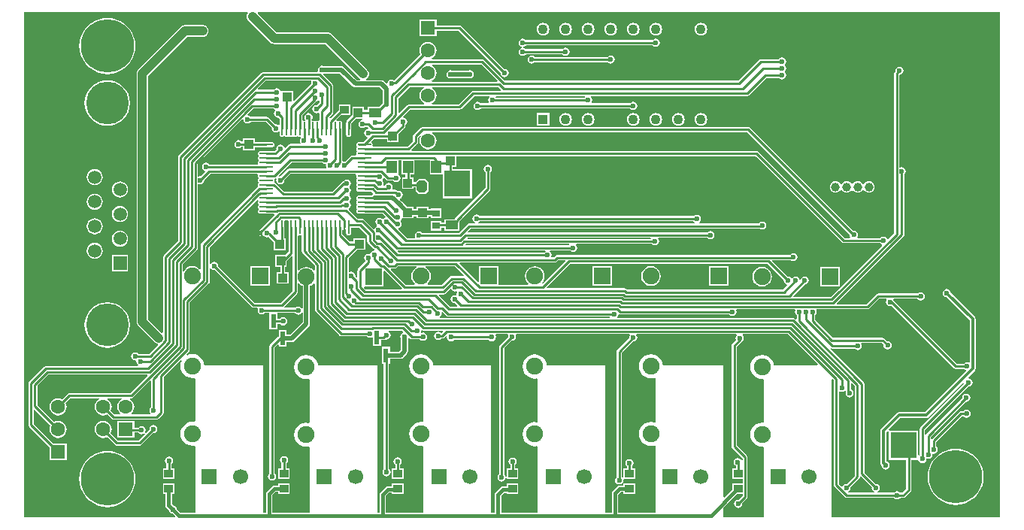
<source format=gbr>
%TF.GenerationSoftware,Altium Limited,Altium NEXUS,2.1.9 (83)*%
G04 Layer_Physical_Order=2*
G04 Layer_Color=16711680*
%FSLAX44Y44*%
%MOMM*%
%TF.FileFunction,Copper,L2,Bot,Signal*%
%TF.Part,Single*%
G01*
G75*
%TA.AperFunction,SMDPad,CuDef*%
%ADD15R,1.0000X0.9000*%
%ADD16R,1.4000X1.0000*%
%ADD22R,1.0000X1.0000*%
%ADD23R,0.6100X1.6100*%
%ADD32R,1.0000X1.0000*%
%TA.AperFunction,Conductor*%
%ADD33C,0.2540*%
%ADD34C,0.5000*%
%ADD36C,1.0000*%
%ADD38C,0.4000*%
%ADD39C,0.3500*%
%TA.AperFunction,ComponentPad*%
%ADD40R,1.9000X1.9000*%
%ADD41C,1.9000*%
%ADD42R,1.7000X1.7000*%
%ADD43C,1.7000*%
%TA.AperFunction,ViaPad*%
%ADD44C,4.0000*%
%ADD45C,6.0000*%
%TA.AperFunction,ComponentPad*%
%ADD46R,1.6000X1.6000*%
%ADD47C,1.6000*%
%ADD48C,1.0000*%
%ADD49R,1.1000X1.1000*%
%ADD50C,1.1000*%
%ADD51C,4.8000*%
%ADD52C,1.5000*%
%ADD53R,1.5000X1.5000*%
%TA.AperFunction,ViaPad*%
%ADD54C,0.6000*%
%TA.AperFunction,SMDPad,CuDef*%
%ADD55R,3.0000X3.0000*%
%ADD56R,1.1500X1.4000*%
G04:AMPARAMS|DCode=57|XSize=1.4mm|YSize=1.15mm|CornerRadius=0mm|HoleSize=0mm|Usage=FLASHONLY|Rotation=270.000|XOffset=0mm|YOffset=0mm|HoleType=Round|Shape=Octagon|*
%AMOCTAGOND57*
4,1,8,-0.2875,-0.7000,0.2875,-0.7000,0.5750,-0.4125,0.5750,0.4125,0.2875,0.7000,-0.2875,0.7000,-0.5750,0.4125,-0.5750,-0.4125,-0.2875,-0.7000,0.0*
%
%ADD57OCTAGOND57*%

%ADD58R,1.2000X1.4000*%
%ADD59R,0.9000X0.8000*%
%ADD60O,1.5500X0.2500*%
%ADD61O,0.2500X1.5500*%
G36*
X508189Y824196D02*
X507889Y823806D01*
X507232Y822219D01*
X507008Y820516D01*
X507232Y818813D01*
X507889Y817226D01*
X508935Y815863D01*
X533415Y791383D01*
X534778Y790337D01*
X536365Y789680D01*
X538068Y789456D01*
X595145D01*
X633395Y751206D01*
X634720Y750189D01*
X634734Y750067D01*
X634436Y748919D01*
X631023D01*
X616311Y763631D01*
X614980Y764520D01*
X613410Y764833D01*
X593823D01*
X593585Y764992D01*
X591820Y765343D01*
X590055Y764992D01*
X588558Y763992D01*
X587559Y762495D01*
X587207Y760730D01*
X587459Y759467D01*
X586660Y758197D01*
X525349D01*
X525349Y758197D01*
X524258Y757980D01*
X523334Y757362D01*
X430596Y664624D01*
X429978Y663700D01*
X429761Y662609D01*
X429761Y662609D01*
Y567853D01*
X413624Y551716D01*
X413006Y550791D01*
X412789Y549701D01*
X412789Y549701D01*
Y464627D01*
X411519Y464101D01*
X395962Y479658D01*
Y753686D01*
X440114Y797838D01*
X457454D01*
X459157Y798062D01*
X460744Y798719D01*
X462107Y799765D01*
X463153Y801128D01*
X463810Y802715D01*
X464034Y804418D01*
X463810Y806121D01*
X463153Y807708D01*
X462107Y809071D01*
X460744Y810117D01*
X459157Y810774D01*
X457454Y810998D01*
X437388D01*
X435685Y810774D01*
X434098Y810117D01*
X432735Y809071D01*
X384729Y761065D01*
X383683Y759702D01*
X383026Y758115D01*
X382802Y756412D01*
Y476932D01*
X383026Y475229D01*
X383683Y473642D01*
X384729Y472279D01*
X403191Y453817D01*
X404554Y452771D01*
X406141Y452114D01*
X406622Y452051D01*
X407077Y450710D01*
X397112Y440745D01*
X384791D01*
X384516Y441158D01*
X383019Y442158D01*
X381254Y442509D01*
X379489Y442158D01*
X377992Y441158D01*
X376992Y439661D01*
X376641Y437896D01*
X376992Y436131D01*
X377992Y434634D01*
X379489Y433634D01*
X381254Y433283D01*
X381705Y433373D01*
X382785Y432293D01*
X382737Y432054D01*
X383088Y430289D01*
X384088Y428792D01*
X384827Y428299D01*
X384442Y427029D01*
X280670D01*
X280670Y427029D01*
X279580Y426812D01*
X278656Y426194D01*
X278656Y426194D01*
X262146Y409684D01*
X261528Y408760D01*
X261311Y407670D01*
X261311Y407670D01*
Y360680D01*
X261311Y360680D01*
X261528Y359590D01*
X262146Y358666D01*
X285116Y335695D01*
Y320676D01*
X304164D01*
Y339724D01*
X289145D01*
X267009Y361860D01*
Y377543D01*
X268182Y378029D01*
X286171Y360041D01*
X285361Y358086D01*
X285034Y355600D01*
X285361Y353114D01*
X286321Y350797D01*
X287847Y348807D01*
X289837Y347281D01*
X292154Y346321D01*
X294640Y345994D01*
X297126Y346321D01*
X299443Y347281D01*
X301433Y348807D01*
X302959Y350797D01*
X303919Y353114D01*
X304246Y355600D01*
X303919Y358086D01*
X302959Y360403D01*
X301433Y362393D01*
X299443Y363919D01*
X297126Y364879D01*
X294640Y365206D01*
X292154Y364879D01*
X290199Y364069D01*
X271073Y383196D01*
Y404807D01*
X283533Y417267D01*
X394965D01*
X395451Y416094D01*
X375906Y396549D01*
X307340D01*
X307340Y396549D01*
X306250Y396332D01*
X305326Y395714D01*
X305326Y395714D01*
X299081Y389469D01*
X297126Y390279D01*
X294640Y390606D01*
X292154Y390279D01*
X289837Y389319D01*
X287847Y387793D01*
X286321Y385803D01*
X285361Y383486D01*
X285034Y381000D01*
X285361Y378514D01*
X286321Y376197D01*
X287847Y374207D01*
X289837Y372681D01*
X292154Y371721D01*
X294640Y371394D01*
X297126Y371721D01*
X299443Y372681D01*
X301433Y374207D01*
X302959Y376197D01*
X303919Y378514D01*
X304246Y381000D01*
X303919Y383486D01*
X303109Y385441D01*
X308520Y390851D01*
X341017D01*
X341270Y389581D01*
X340637Y389319D01*
X338647Y387793D01*
X337121Y385803D01*
X336161Y383486D01*
X335834Y381000D01*
X336161Y378514D01*
X337121Y376197D01*
X338647Y374207D01*
X340637Y372681D01*
X342954Y371721D01*
X345440Y371394D01*
X347926Y371721D01*
X349881Y372531D01*
X354856Y367556D01*
X354856Y367556D01*
X355780Y366938D01*
X356870Y366721D01*
X356870Y366721D01*
X405384D01*
X405384Y366721D01*
X406474Y366938D01*
X407288Y367482D01*
X407350Y367494D01*
X408274Y368112D01*
X412478Y372316D01*
X412478Y372316D01*
X413096Y373240D01*
X413313Y374330D01*
X413313Y374330D01*
Y414403D01*
X432541Y433631D01*
X433617Y432912D01*
X432617Y430498D01*
X432154Y426974D01*
X432617Y423450D01*
X433978Y420166D01*
X436142Y417346D01*
X438962Y415182D01*
X442246Y413821D01*
X445770Y413358D01*
X447863Y413633D01*
X448818Y412796D01*
Y364952D01*
X447863Y364115D01*
X445770Y364390D01*
X442246Y363927D01*
X438962Y362566D01*
X436142Y360402D01*
X433978Y357582D01*
X432617Y354298D01*
X432154Y350774D01*
X432617Y347250D01*
X433978Y343966D01*
X436142Y341146D01*
X438962Y338982D01*
X442246Y337621D01*
X445770Y337158D01*
X447863Y337433D01*
X448818Y336596D01*
Y262117D01*
X432320D01*
X428042Y266395D01*
X427934Y266941D01*
X426934Y268438D01*
X425437Y269438D01*
X424891Y269546D01*
X422693Y271744D01*
Y282656D01*
X425624D01*
Y294704D01*
X412576D01*
Y282656D01*
X415507D01*
Y270256D01*
X415780Y268881D01*
X416559Y267715D01*
X419066Y265209D01*
X419059Y265176D01*
X419411Y263411D01*
X420410Y261914D01*
X421907Y260914D01*
X423672Y260563D01*
X423705Y260570D01*
X426528Y257747D01*
X426042Y256574D01*
X256574D01*
Y825467D01*
X507563D01*
X508189Y824196D01*
D02*
G37*
G36*
X789509Y748242D02*
X789023Y747069D01*
X715623D01*
X715370Y748339D01*
X716003Y748601D01*
X717993Y750127D01*
X719519Y752117D01*
X720479Y754434D01*
X720806Y756920D01*
X720479Y759406D01*
X719519Y761723D01*
X717993Y763713D01*
X716003Y765239D01*
X715370Y765501D01*
X715623Y766771D01*
X770980D01*
X789509Y748242D01*
D02*
G37*
G36*
X793223Y738179D02*
X792697Y736909D01*
X762000D01*
X762000Y736909D01*
X760910Y736692D01*
X759986Y736074D01*
X759986Y736074D01*
X745580Y721669D01*
X715623D01*
X715370Y722939D01*
X716003Y723201D01*
X717993Y724727D01*
X719519Y726717D01*
X720479Y729034D01*
X720806Y731520D01*
X720479Y734006D01*
X719519Y736323D01*
X717993Y738313D01*
X716003Y739839D01*
X715370Y740101D01*
X715623Y741371D01*
X790030D01*
X793223Y738179D01*
D02*
G37*
G36*
X888185Y729941D02*
X887655Y729289D01*
X787475D01*
X786945Y729941D01*
X787484Y731211D01*
X887646D01*
X888185Y729941D01*
D02*
G37*
G36*
X579906Y747450D02*
X579921Y747165D01*
X579587Y745490D01*
X579684Y745003D01*
X560147Y725466D01*
X558974Y725952D01*
Y736774D01*
X545926D01*
X544977Y737550D01*
X544282Y738592D01*
X542785Y739592D01*
X541020Y739943D01*
X539255Y739592D01*
X537758Y738592D01*
X537482Y738179D01*
X519615D01*
X519129Y739352D01*
X528212Y748435D01*
X579380D01*
X579906Y747450D01*
D02*
G37*
G36*
X707030Y740101D02*
X706397Y739839D01*
X704407Y738313D01*
X702881Y736323D01*
X701921Y734006D01*
X701594Y731520D01*
X701921Y729034D01*
X702881Y726717D01*
X704407Y724727D01*
X706397Y723201D01*
X707030Y722939D01*
X706777Y721669D01*
X689675D01*
X689675Y721669D01*
X688585Y721452D01*
X687660Y720834D01*
X687660Y720834D01*
X678646Y711820D01*
X677473Y712306D01*
Y728657D01*
X690187Y741371D01*
X706777D01*
X707030Y740101D01*
D02*
G37*
G36*
X588971Y725692D02*
Y723810D01*
X585957Y720796D01*
X585470Y720893D01*
X583705Y720542D01*
X582208Y719542D01*
X581208Y718045D01*
X580857Y716280D01*
X581208Y714515D01*
X582208Y713018D01*
X583705Y712019D01*
X585470Y711667D01*
X587235Y712019D01*
X587581Y712250D01*
X588851Y711571D01*
Y703986D01*
X588251Y703530D01*
X587581Y703213D01*
X586700Y703388D01*
X585618Y703173D01*
X585065Y702803D01*
X584200Y702649D01*
X583335Y702803D01*
X582782Y703173D01*
X581700Y703388D01*
X580799Y703209D01*
X580657Y703265D01*
X580452Y703483D01*
X580429Y703513D01*
X580018Y704250D01*
X580899Y705568D01*
X581250Y707333D01*
X580899Y709098D01*
X579899Y710594D01*
X578402Y711594D01*
X576637Y711945D01*
X574872Y711594D01*
X573376Y710594D01*
X572376Y709098D01*
X572025Y707333D01*
X572376Y705568D01*
X573235Y704282D01*
X572540Y703232D01*
X572531Y703223D01*
X571700Y703388D01*
X570819Y703213D01*
X570148Y703530D01*
X569549Y703986D01*
Y709030D01*
X585056Y724538D01*
X585965Y724718D01*
X587462Y725718D01*
X587701Y726077D01*
X588971Y725692D01*
D02*
G37*
G36*
X626423Y741915D02*
X627754Y741025D01*
X629324Y740713D01*
X656835D01*
X660107Y737441D01*
Y723363D01*
X659949Y723125D01*
X659902Y722891D01*
X656005Y718994D01*
X642986D01*
Y715319D01*
X638984D01*
Y718614D01*
X625936D01*
Y709595D01*
X619706Y703364D01*
X619088Y702440D01*
X618871Y701350D01*
X618871Y701350D01*
Y694161D01*
X618851Y694060D01*
X618872Y693957D01*
Y687560D01*
X619087Y686478D01*
X619700Y685560D01*
X620618Y684947D01*
X621700Y684732D01*
X622782Y684947D01*
X623700Y685560D01*
X624313Y686478D01*
X624528Y687560D01*
Y693877D01*
X624569Y694080D01*
X624569Y694080D01*
Y700170D01*
X629965Y705566D01*
X636980D01*
X637105Y704296D01*
X635775Y704032D01*
X634278Y703032D01*
X633279Y701535D01*
X632927Y699770D01*
X633279Y698005D01*
X634278Y696508D01*
X635775Y695508D01*
X637540Y695157D01*
X639305Y695508D01*
X640481Y696294D01*
X643170D01*
X644084Y695380D01*
X643519Y694149D01*
X642125Y693872D01*
X640628Y692872D01*
X639628Y691375D01*
X639277Y689610D01*
X639628Y687845D01*
X640628Y686348D01*
X642125Y685349D01*
X642574Y685259D01*
X642992Y683881D01*
X638270Y679159D01*
X632990D01*
X631900Y678942D01*
X631873Y678924D01*
X631868Y678923D01*
X630950Y678310D01*
X630337Y677392D01*
X630122Y676310D01*
X630337Y675228D01*
X630706Y674675D01*
X630861Y673810D01*
X630706Y672945D01*
X630337Y672392D01*
X630122Y671310D01*
X630337Y670228D01*
X630706Y669675D01*
X630861Y668810D01*
X630706Y667945D01*
X630337Y667392D01*
X630122Y666310D01*
X630297Y665429D01*
X629980Y664758D01*
X629524Y664159D01*
X625750D01*
X625750Y664159D01*
X624660Y663942D01*
X623736Y663324D01*
X623736Y663324D01*
X617707Y657296D01*
X617220Y657393D01*
X615819Y657114D01*
X614549Y657847D01*
Y694060D01*
X614528Y694163D01*
Y700560D01*
X614313Y701642D01*
X613700Y702560D01*
X612782Y703173D01*
X611700Y703388D01*
X610618Y703173D01*
X610065Y702803D01*
X609200Y702649D01*
X608335Y702803D01*
X608145Y702931D01*
X607787Y704368D01*
X612795Y709376D01*
X623744D01*
Y721424D01*
X610696D01*
Y715335D01*
X601559Y706197D01*
X600192Y706627D01*
X600102Y707129D01*
X603692Y710719D01*
X603692Y710719D01*
X604310Y711643D01*
X604527Y712734D01*
Y742649D01*
X604310Y743739D01*
X603692Y744664D01*
X603692Y744664D01*
X593202Y755154D01*
X593483Y756355D01*
X593644Y756508D01*
X593823Y756627D01*
X611711D01*
X626423Y741915D01*
D02*
G37*
G36*
X537758Y716828D02*
X539021Y715984D01*
X539199Y715044D01*
X539163Y714552D01*
X539028Y714462D01*
X538028Y712965D01*
X537677Y711200D01*
X538028Y709435D01*
X539028Y707938D01*
X540525Y706938D01*
X542290Y706587D01*
X542777Y706684D01*
X543851Y705610D01*
Y698807D01*
X542581Y698239D01*
X541515Y698951D01*
X539750Y699303D01*
X539263Y699206D01*
X531604Y706864D01*
X530680Y707482D01*
X529590Y707699D01*
X529590Y707699D01*
X511538D01*
X511262Y708112D01*
X509765Y709111D01*
X508231Y709417D01*
X507855Y710107D01*
X507721Y710702D01*
X514260Y717241D01*
X537482D01*
X537758Y716828D01*
D02*
G37*
G36*
X502743Y704995D02*
X503433Y704619D01*
X503739Y703085D01*
X504738Y701588D01*
X506235Y700589D01*
X508000Y700237D01*
X509765Y700589D01*
X511262Y701588D01*
X511538Y702001D01*
X528410D01*
X535234Y695177D01*
X535137Y694690D01*
X535489Y692925D01*
X536488Y691428D01*
X537985Y690428D01*
X539750Y690077D01*
X541515Y690428D01*
X542602Y691154D01*
X543872Y690604D01*
Y687560D01*
X544087Y686478D01*
X544700Y685560D01*
X545618Y684947D01*
X546700Y684732D01*
X547782Y684947D01*
X548700Y685560D01*
X549700D01*
X550618Y684947D01*
X551700Y684732D01*
X552782Y684947D01*
X553335Y685316D01*
X554200Y685471D01*
X555065Y685316D01*
X555618Y684947D01*
X556700Y684732D01*
X557782Y684947D01*
X558335Y685316D01*
X559200Y685471D01*
X560065Y685316D01*
X560618Y684947D01*
X561700Y684732D01*
X562782Y684947D01*
X563700Y685560D01*
X564700D01*
X565618Y684947D01*
X566700Y684732D01*
X567425Y684876D01*
X567566Y684721D01*
X568068Y683727D01*
X567239Y682485D01*
X566887Y680720D01*
X567239Y678955D01*
X567550Y678489D01*
X566871Y677219D01*
X556260D01*
X555170Y677002D01*
X554246Y676384D01*
X554246Y676384D01*
X550564Y672703D01*
X549186Y673121D01*
X549091Y673595D01*
X548092Y675092D01*
X546595Y676092D01*
X544830Y676443D01*
X543065Y676092D01*
X541568Y675092D01*
X540569Y673595D01*
X540217Y671830D01*
X540314Y671343D01*
X538150Y669179D01*
X528970D01*
X528970Y669179D01*
X528767Y669138D01*
X522450D01*
X521368Y668923D01*
X520450Y668310D01*
X519837Y667392D01*
X519622Y666310D01*
X519837Y665228D01*
X520206Y664675D01*
X520361Y663810D01*
X520206Y662945D01*
X519837Y662392D01*
X519622Y661310D01*
X519837Y660228D01*
X520206Y659675D01*
X520361Y658810D01*
X520206Y657945D01*
X519837Y657392D01*
X519622Y656310D01*
X519797Y655429D01*
X519480Y654759D01*
X519024Y654159D01*
X464748D01*
X464472Y654572D01*
X462975Y655572D01*
X461210Y655923D01*
X459445Y655572D01*
X457948Y654572D01*
X456949Y653075D01*
X456597Y651310D01*
X456949Y649545D01*
X457948Y648048D01*
X459445Y647048D01*
X459763Y646985D01*
X460131Y645770D01*
X455147Y640786D01*
X454660Y640883D01*
X452985Y640549D01*
X452700Y640564D01*
X451715Y641090D01*
Y654696D01*
X502148Y705129D01*
X502743Y704995D01*
D02*
G37*
G36*
X1185940Y575331D02*
X1185885Y575056D01*
X1186236Y573291D01*
X1186887Y572317D01*
X1186243Y571047D01*
X1180502D01*
X1083224Y668324D01*
X1082300Y668942D01*
X1081210Y669159D01*
X1081210Y669159D01*
X692764D01*
X692237Y670429D01*
X698984Y677176D01*
X698984Y677176D01*
X699602Y678100D01*
X699819Y679190D01*
Y684360D01*
X702263Y686805D01*
X703220Y685965D01*
X702881Y685523D01*
X701921Y683206D01*
X701594Y680720D01*
X701921Y678234D01*
X702881Y675917D01*
X704407Y673927D01*
X706397Y672401D01*
X708714Y671441D01*
X711200Y671114D01*
X713686Y671441D01*
X716003Y672401D01*
X717993Y673927D01*
X719519Y675917D01*
X720479Y678234D01*
X720806Y680720D01*
X720479Y683206D01*
X719519Y685523D01*
X717993Y687513D01*
X716003Y689039D01*
X715370Y689301D01*
X715623Y690571D01*
X1070700D01*
X1185940Y575331D01*
D02*
G37*
G36*
X592368Y655868D02*
X593865Y654868D01*
X595630Y654517D01*
X596208Y653337D01*
X596097Y652780D01*
X596449Y651015D01*
X596840Y650429D01*
X596161Y649159D01*
X554870D01*
X554870Y649159D01*
X553780Y648942D01*
X552856Y648324D01*
X552856Y648324D01*
X545317Y640786D01*
X544830Y640883D01*
X543591Y640636D01*
X542965Y641807D01*
X557440Y656281D01*
X592093D01*
X592368Y655868D01*
D02*
G37*
G36*
X629980Y642861D02*
X630297Y642191D01*
X630122Y641310D01*
X630337Y640228D01*
X630706Y639675D01*
X630861Y638810D01*
X630706Y637945D01*
X630337Y637392D01*
X630122Y636310D01*
X630337Y635228D01*
X630706Y634675D01*
X630861Y633810D01*
X630706Y632945D01*
X630337Y632392D01*
X630122Y631310D01*
X630337Y630228D01*
X630706Y629675D01*
X630861Y628810D01*
X630706Y627945D01*
X630337Y627392D01*
X630122Y626310D01*
X630337Y625228D01*
X630950Y624310D01*
X631868Y623697D01*
X632950Y623482D01*
X639267D01*
X639470Y623441D01*
X639470Y623441D01*
X647639D01*
X649448Y621632D01*
X649060Y620224D01*
X648013Y619525D01*
X647719Y619231D01*
X647684Y619179D01*
X639470D01*
X639470Y619179D01*
X639267Y619138D01*
X632950D01*
X631868Y618923D01*
X630950Y618310D01*
X630337Y617392D01*
X630122Y616310D01*
X630337Y615228D01*
X630706Y614675D01*
X630861Y613810D01*
X630706Y612945D01*
X630337Y612392D01*
X630122Y611310D01*
X630337Y610228D01*
X630706Y609675D01*
X630861Y608810D01*
X630706Y607945D01*
X630337Y607392D01*
X630122Y606310D01*
X630337Y605228D01*
X630706Y604675D01*
X630861Y603810D01*
X630706Y602945D01*
X630337Y602392D01*
X630122Y601310D01*
X630337Y600228D01*
X630950Y599310D01*
X631868Y598697D01*
X632950Y598482D01*
X639347D01*
X639450Y598461D01*
X659919D01*
X663361Y595019D01*
X662943Y593641D01*
X662445Y593541D01*
X661246Y592741D01*
X660400Y592620D01*
X659554Y592741D01*
X658355Y593541D01*
X656590Y593893D01*
X654825Y593541D01*
X653328Y592542D01*
X652328Y591045D01*
X651977Y589280D01*
X652328Y587515D01*
X653328Y586018D01*
X653463Y585928D01*
X653499Y585436D01*
X653322Y584496D01*
X652058Y583652D01*
X651059Y582155D01*
X650964Y581681D01*
X649586Y581263D01*
X638945Y591904D01*
X638021Y592522D01*
X636930Y592738D01*
X636930Y592738D01*
X632360D01*
X622110Y602989D01*
X622305Y604590D01*
X623022Y605068D01*
X624021Y606565D01*
X624373Y608330D01*
X624021Y610095D01*
X623220Y611294D01*
X623100Y612140D01*
X623220Y612986D01*
X624021Y614185D01*
X624373Y615950D01*
X624021Y617715D01*
X623022Y619212D01*
X622393Y619631D01*
Y621159D01*
X623022Y621578D01*
X624021Y623075D01*
X624373Y624840D01*
X624021Y626605D01*
X623220Y627804D01*
X623100Y628650D01*
X623220Y629496D01*
X624021Y630695D01*
X624373Y632460D01*
X624021Y634225D01*
X623022Y635722D01*
X621525Y636721D01*
X619760Y637073D01*
X617995Y636721D01*
X616498Y635722D01*
X616214Y635296D01*
X615188Y635092D01*
X614264Y634474D01*
X603012Y623223D01*
X549206D01*
X539124Y633304D01*
X538558Y633683D01*
X538093Y634943D01*
X538063Y635228D01*
X538278Y636310D01*
X538099Y637211D01*
X538219Y637632D01*
X538816Y638552D01*
X539502Y638689D01*
X539990Y638390D01*
X540526Y637823D01*
X540217Y636270D01*
X540569Y634505D01*
X541568Y633008D01*
X543065Y632009D01*
X544830Y631657D01*
X546595Y632009D01*
X548092Y633008D01*
X549091Y634505D01*
X549443Y636270D01*
X549346Y636757D01*
X556050Y643461D01*
X629524D01*
X629980Y642861D01*
D02*
G37*
G36*
X519480D02*
X519797Y642191D01*
X519622Y641310D01*
X519837Y640228D01*
X520206Y639675D01*
X520361Y638810D01*
X520206Y637945D01*
X519837Y637392D01*
X519622Y636310D01*
X519837Y635228D01*
X520206Y634675D01*
X520361Y633810D01*
X520206Y632945D01*
X519837Y632392D01*
X519622Y631310D01*
X519837Y630228D01*
X519848Y630212D01*
X519852Y629966D01*
X519396Y628603D01*
X518949Y628304D01*
X518949Y628304D01*
X456202Y565557D01*
X455584Y564633D01*
X455367Y563542D01*
X455367Y563542D01*
Y536151D01*
X454165Y535743D01*
X453632Y536436D01*
X451330Y538203D01*
X448648Y539314D01*
X445770Y539693D01*
X442892Y539314D01*
X440210Y538203D01*
X437908Y536436D01*
X436141Y534134D01*
X436013Y533825D01*
X434743Y534078D01*
Y541788D01*
X450880Y557925D01*
X451498Y558850D01*
X451715Y559940D01*
X451715Y559940D01*
Y631450D01*
X452700Y631976D01*
X452985Y631991D01*
X454660Y631657D01*
X456425Y632009D01*
X457922Y633008D01*
X458922Y634505D01*
X459273Y636270D01*
X459176Y636757D01*
X465880Y643461D01*
X519024D01*
X519480Y642861D01*
D02*
G37*
G36*
X1177308Y566184D02*
X1177308Y566184D01*
X1178232Y565566D01*
X1179322Y565349D01*
X1220235D01*
X1220510Y564936D01*
X1221948Y563976D01*
X1222109Y563823D01*
X1222390Y562622D01*
X1175561Y515793D01*
X1174598Y516626D01*
X1174598Y517766D01*
Y538582D01*
X1152550D01*
Y516534D01*
X1173331D01*
X1174506Y516534D01*
X1175339Y515571D01*
X1164473Y504705D01*
X1122533D01*
X1122047Y505878D01*
X1134893Y518724D01*
X1135380Y518627D01*
X1137145Y518979D01*
X1138642Y519978D01*
X1139641Y521475D01*
X1139993Y523240D01*
X1139641Y525005D01*
X1138642Y526502D01*
X1137145Y527501D01*
X1135380Y527853D01*
X1133615Y527501D01*
X1132118Y526502D01*
X1131118Y525005D01*
X1130947Y524145D01*
X1129653D01*
X1129482Y525005D01*
X1128482Y526502D01*
X1126985Y527501D01*
X1125220Y527853D01*
X1123455Y527501D01*
X1121958Y526502D01*
X1121539Y525873D01*
X1120011D01*
X1119592Y526502D01*
X1118095Y527501D01*
X1116330Y527853D01*
X1115843Y527756D01*
X1098425Y545174D01*
X1098911Y546347D01*
X1119489D01*
X1120915Y545395D01*
X1122680Y545043D01*
X1124445Y545395D01*
X1125942Y546394D01*
X1126942Y547891D01*
X1127293Y549656D01*
X1126942Y551421D01*
X1125942Y552918D01*
X1124445Y553918D01*
X1122680Y554269D01*
X1120915Y553918D01*
X1119418Y552918D01*
X1118835Y552045D01*
X856790D01*
X855700Y551828D01*
X854776Y551210D01*
X854776Y551210D01*
X852816Y549251D01*
X850640D01*
X850114Y550235D01*
X850099Y550521D01*
X850433Y552196D01*
X850081Y553961D01*
X849082Y555458D01*
X848271Y555999D01*
X848656Y557269D01*
X871032D01*
X871308Y556856D01*
X872805Y555857D01*
X874570Y555505D01*
X876335Y555857D01*
X877832Y556856D01*
X878831Y558353D01*
X879183Y560118D01*
X878831Y561883D01*
X877873Y563317D01*
X877946Y563668D01*
X878310Y564587D01*
X963186D01*
X963462Y564174D01*
X964959Y563175D01*
X966724Y562823D01*
X968489Y563175D01*
X969986Y564174D01*
X970985Y565671D01*
X971337Y567436D01*
X970985Y569201D01*
X970165Y570429D01*
X970488Y571376D01*
X970727Y571699D01*
X1025670D01*
X1025946Y571286D01*
X1027443Y570286D01*
X1029208Y569935D01*
X1030973Y570286D01*
X1032470Y571286D01*
X1033469Y572783D01*
X1033821Y574548D01*
X1033469Y576313D01*
X1032470Y577810D01*
X1030973Y578810D01*
X1029208Y579161D01*
X1027443Y578810D01*
X1025946Y577810D01*
X1025670Y577397D01*
X756059D01*
X755573Y578570D01*
X758862Y581859D01*
X1084255D01*
X1085609Y580955D01*
X1087374Y580603D01*
X1089139Y580955D01*
X1090636Y581954D01*
X1091636Y583451D01*
X1091987Y585216D01*
X1091636Y586981D01*
X1090636Y588478D01*
X1089139Y589478D01*
X1087374Y589829D01*
X1085609Y589478D01*
X1084112Y588478D01*
X1083497Y587557D01*
X1016622D01*
X1016237Y588827D01*
X1016976Y589320D01*
X1017975Y590817D01*
X1018327Y592582D01*
X1017975Y594347D01*
X1016976Y595844D01*
X1015479Y596843D01*
X1013714Y597195D01*
X1011949Y596843D01*
X1010595Y595939D01*
X769348D01*
X769072Y596352D01*
X767575Y597351D01*
X765810Y597703D01*
X764045Y597351D01*
X762548Y596352D01*
X761548Y594855D01*
X761197Y593090D01*
X761548Y591325D01*
X762548Y589828D01*
X764045Y588829D01*
X764054Y588827D01*
X763929Y587557D01*
X757682D01*
X757682Y587557D01*
X756592Y587340D01*
X755668Y586722D01*
X755668Y586722D01*
X747390Y578445D01*
X746394Y579245D01*
X746394Y580318D01*
Y589085D01*
X746449Y589360D01*
X746449Y589360D01*
Y590180D01*
X780524Y624256D01*
X780524Y624256D01*
X781142Y625180D01*
X781359Y626270D01*
X781359Y626270D01*
Y645433D01*
X781772Y645708D01*
X782772Y647205D01*
X783123Y648970D01*
X782772Y650735D01*
X781772Y652232D01*
X780275Y653232D01*
X778510Y653583D01*
X776745Y653232D01*
X775248Y652232D01*
X774249Y650735D01*
X773897Y648970D01*
X774249Y647205D01*
X775248Y645708D01*
X775661Y645433D01*
Y627450D01*
X741586Y593374D01*
X740968Y592450D01*
X740909Y592154D01*
X729346D01*
Y588479D01*
X726114D01*
Y590344D01*
X714066D01*
Y579296D01*
X726114D01*
Y582781D01*
X729346D01*
Y579106D01*
X745132D01*
X746255Y579106D01*
X747055Y578110D01*
X745834Y576889D01*
X704577D01*
X704302Y577302D01*
X702805Y578302D01*
X701040Y578653D01*
X699275Y578302D01*
X697778Y577302D01*
X696778Y575805D01*
X696427Y574040D01*
X696761Y572365D01*
X696746Y572080D01*
X696220Y571095D01*
X687694D01*
X677783Y581006D01*
X678201Y582384D01*
X678675Y582478D01*
X680172Y583478D01*
X681171Y584975D01*
X681523Y586740D01*
X681171Y588505D01*
X680370Y589704D01*
X680250Y590550D01*
X680370Y591396D01*
X681013Y592358D01*
X681139Y592505D01*
X682042Y593296D01*
X682042Y593296D01*
X694864D01*
Y595717D01*
X698326D01*
Y593296D01*
X711374D01*
Y595217D01*
X714066D01*
Y593296D01*
X726114D01*
Y604344D01*
X714066D01*
Y603423D01*
X711374D01*
Y606344D01*
X698326D01*
Y603923D01*
X694864D01*
Y606344D01*
X687618D01*
X681589Y612373D01*
X681127Y612682D01*
X679534Y614275D01*
X679846Y615302D01*
X680042Y615563D01*
X681442Y616498D01*
X682441Y617995D01*
X682793Y619760D01*
X682441Y621525D01*
X681442Y623022D01*
X679945Y624021D01*
X678180Y624373D01*
X676912Y624120D01*
X676416Y624616D01*
X675492Y625234D01*
X674402Y625451D01*
X674402Y625451D01*
X671400D01*
X670802Y626571D01*
X671012Y626885D01*
X671363Y628650D01*
X671012Y630415D01*
X670012Y631912D01*
X668515Y632911D01*
X666750Y633263D01*
X664985Y632911D01*
X663488Y631912D01*
X662488Y630415D01*
X662456Y630252D01*
X662018Y630187D01*
X661735Y630335D01*
X660975Y631316D01*
X661203Y632460D01*
X660852Y634225D01*
X660020Y635470D01*
X659812Y636858D01*
X660811Y638355D01*
X660850Y638546D01*
X662065Y638915D01*
X664184Y636796D01*
X664184Y636796D01*
X665108Y636178D01*
X666199Y635961D01*
X672103D01*
X672378Y635548D01*
X673875Y634548D01*
X675640Y634197D01*
X677405Y634548D01*
X678902Y635548D01*
X679902Y637045D01*
X680253Y638810D01*
X679902Y640575D01*
X678902Y642072D01*
X678807Y642135D01*
X677974Y642986D01*
X677974D01*
X677974Y642986D01*
Y658455D01*
X680926D01*
Y642986D01*
X685601D01*
Y639364D01*
X681816D01*
Y626316D01*
X694864D01*
Y628341D01*
X697196D01*
Y624193D01*
X700833Y620556D01*
X708107D01*
X711744Y624193D01*
Y633967D01*
X708107Y637604D01*
X706245D01*
X705560Y638062D01*
X704470Y638279D01*
X703380Y638062D01*
X702694Y637604D01*
X700833D01*
X697268Y634039D01*
X694864D01*
Y639364D01*
X691299D01*
Y642986D01*
X695974D01*
Y658455D01*
X713196D01*
Y642556D01*
X727696D01*
Y615936D01*
X760744D01*
Y648984D01*
X739069D01*
Y651336D01*
X742744D01*
Y663461D01*
X1080030D01*
X1177308Y566184D01*
D02*
G37*
G36*
X1010452Y589320D02*
X1011191Y588827D01*
X1010806Y587557D01*
X767691D01*
X767566Y588827D01*
X767575Y588829D01*
X769072Y589828D01*
X769348Y590241D01*
X1009837D01*
X1010452Y589320D01*
D02*
G37*
G36*
X642613Y573828D02*
Y567417D01*
X642613Y567417D01*
X642830Y566326D01*
X643448Y565402D01*
X649666Y559184D01*
X649666Y559184D01*
X650590Y558567D01*
X651093Y558467D01*
X651307Y558103D01*
X651163Y557682D01*
X650585Y556830D01*
X649127Y556540D01*
X647630Y555540D01*
X646631Y554044D01*
X646563Y553706D01*
X645129Y553006D01*
X643890Y553253D01*
X642125Y552901D01*
X640628Y551902D01*
X639628Y550405D01*
X639277Y548640D01*
X639628Y546875D01*
X640628Y545378D01*
X640136Y544180D01*
X632484Y536528D01*
X631866Y535603D01*
X631649Y534513D01*
X631649Y534513D01*
Y527199D01*
X630476Y526713D01*
X629156Y528033D01*
X629253Y528520D01*
X628901Y530285D01*
X627902Y531782D01*
X626405Y532781D01*
X624640Y533133D01*
X622965Y532799D01*
X622679Y532814D01*
X621695Y533340D01*
Y548196D01*
X631235Y557736D01*
X640254D01*
Y570784D01*
X627206D01*
Y567109D01*
X622720D01*
X614569Y575260D01*
Y580096D01*
X614997Y580439D01*
X615839Y580883D01*
X616700Y580711D01*
X617602Y580891D01*
X618159Y580654D01*
X618872Y580123D01*
Y577060D01*
X619087Y575978D01*
X619700Y575060D01*
X620618Y574447D01*
X621700Y574232D01*
X622782Y574447D01*
X623700Y575060D01*
X624313Y575978D01*
X624528Y577060D01*
Y582977D01*
X633464D01*
X642613Y573828D01*
D02*
G37*
G36*
X962119Y570429D02*
X961990Y570285D01*
X756065D01*
X755386Y571555D01*
X755483Y571699D01*
X961548D01*
X962119Y570429D01*
D02*
G37*
G36*
X870441Y563317D02*
X870327Y563119D01*
X870086Y562967D01*
X754229D01*
X753576Y564237D01*
X753827Y564587D01*
X869706D01*
X870441Y563317D01*
D02*
G37*
G36*
X843369Y555999D02*
X842558Y555458D01*
X842282Y555045D01*
X677553D01*
X676599Y555999D01*
X677125Y557269D01*
X842984D01*
X843369Y555999D01*
D02*
G37*
G36*
X866113Y545174D02*
X840231Y519291D01*
X840056Y519332D01*
X840042Y519346D01*
X839615Y520739D01*
X840971Y522506D01*
X842082Y525188D01*
X842461Y528066D01*
X842082Y530944D01*
X840971Y533626D01*
X839204Y535928D01*
X836902Y537695D01*
X834220Y538806D01*
X831342Y539185D01*
X828464Y538806D01*
X825782Y537695D01*
X823480Y535928D01*
X821713Y533626D01*
X820602Y530944D01*
X820223Y528066D01*
X820602Y525188D01*
X821713Y522506D01*
X823480Y520204D01*
X823975Y519823D01*
X823567Y518621D01*
X790550D01*
Y539344D01*
X768502D01*
Y522081D01*
X767329Y521595D01*
X746544Y542380D01*
X747029Y543553D01*
X853996D01*
X853996Y543553D01*
X855086Y543770D01*
X856010Y544388D01*
X857970Y546347D01*
X865627D01*
X866113Y545174D01*
D02*
G37*
G36*
X698302Y538171D02*
X697766Y537949D01*
X695464Y536182D01*
X693697Y533880D01*
X692586Y531198D01*
X692207Y528320D01*
X692586Y525442D01*
X693697Y522760D01*
X695464Y520458D01*
X696157Y519925D01*
X695749Y518723D01*
X685801D01*
X669002Y535522D01*
X669488Y536695D01*
X673656D01*
X673656Y536695D01*
X674746Y536912D01*
X675670Y537530D01*
X677582Y539441D01*
X698049D01*
X698302Y538171D01*
D02*
G37*
G36*
X566700Y574232D02*
X567581Y574407D01*
X568252Y574090D01*
X568851Y573634D01*
Y555995D01*
X568851Y555995D01*
X569068Y554905D01*
X569686Y553981D01*
X583485Y540181D01*
Y535079D01*
X582283Y534671D01*
X581902Y535166D01*
X579600Y536933D01*
X576918Y538044D01*
X574040Y538423D01*
X571162Y538044D01*
X568480Y536933D01*
X566178Y535166D01*
X565751Y534611D01*
X564549Y535019D01*
Y573634D01*
X565149Y574090D01*
X565819Y574407D01*
X566700Y574232D01*
D02*
G37*
G36*
X751321Y529545D02*
X751082Y528787D01*
X750743Y528327D01*
X737597D01*
X736507Y528110D01*
X735582Y527492D01*
X735582Y527492D01*
X726813Y518723D01*
X710903D01*
X710495Y519925D01*
X711188Y520458D01*
X712955Y522760D01*
X714066Y525442D01*
X714445Y528320D01*
X714066Y531198D01*
X712955Y533880D01*
X711188Y536182D01*
X708886Y537949D01*
X708350Y538171D01*
X708603Y539441D01*
X741425D01*
X751321Y529545D01*
D02*
G37*
G36*
X681886Y514581D02*
X681360Y513311D01*
X640735D01*
X638909Y515137D01*
X639562Y516280D01*
X661264D01*
Y533543D01*
X662437Y534029D01*
X681886Y514581D01*
D02*
G37*
G36*
X1111814Y523727D02*
X1111717Y523240D01*
X1112068Y521475D01*
X1113068Y519978D01*
X1114565Y518979D01*
X1115039Y518884D01*
X1115457Y517506D01*
X1110784Y512833D01*
X935287D01*
X934397Y513722D01*
X933473Y514340D01*
X932383Y514557D01*
X932383Y514557D01*
X845213D01*
X844727Y515730D01*
X871280Y542283D01*
X1093258D01*
X1111814Y523727D01*
D02*
G37*
G36*
X737258Y513970D02*
X737469Y513779D01*
X738418Y512358D01*
X739915Y511358D01*
X741680Y511007D01*
X743284Y511326D01*
X743695Y510968D01*
X744124Y510297D01*
X743768Y509765D01*
X743417Y508000D01*
X743509Y507541D01*
X743400Y507353D01*
X742408Y506563D01*
X741124Y506819D01*
X739359Y506468D01*
X737862Y505468D01*
X736862Y503971D01*
X736511Y502206D01*
X736862Y500441D01*
X737862Y498944D01*
X739359Y497944D01*
X741124Y497593D01*
X741611Y497690D01*
X744091Y495210D01*
X743605Y494037D01*
X735542D01*
X723139Y506440D01*
X723625Y507613D01*
X728328D01*
X728328Y507613D01*
X729418Y507830D01*
X730342Y508448D01*
X736189Y514294D01*
X737258Y513970D01*
D02*
G37*
G36*
X519819Y613664D02*
X520228Y613066D01*
X520206Y612945D01*
X519837Y612392D01*
X519622Y611310D01*
X519837Y610228D01*
X520206Y609675D01*
X520361Y608810D01*
X520206Y607945D01*
X519837Y607392D01*
X519622Y606310D01*
X519837Y605228D01*
X520206Y604675D01*
X520361Y603810D01*
X520206Y602945D01*
X519837Y602392D01*
X519622Y601310D01*
X519837Y600228D01*
X520450Y599310D01*
X521368Y598697D01*
X522450Y598482D01*
X528848D01*
X528950Y598461D01*
X537589D01*
X538075Y597288D01*
X519956Y579168D01*
X519338Y578244D01*
X519121Y577154D01*
X519121Y577154D01*
Y576580D01*
X519338Y575490D01*
X519956Y574566D01*
X520880Y573948D01*
X521970Y573731D01*
X523060Y573948D01*
X523984Y574566D01*
X524061Y574680D01*
X524510Y574728D01*
X525503Y574553D01*
X526328Y573318D01*
X527825Y572318D01*
X529590Y571967D01*
X531355Y572318D01*
X531426Y572366D01*
X537416Y566375D01*
Y557356D01*
X550464D01*
Y570404D01*
X549549D01*
Y583560D01*
X549528Y583662D01*
Y590060D01*
X549492Y590241D01*
X550478Y591511D01*
X552922D01*
X553908Y590241D01*
X553872Y590060D01*
Y583662D01*
X553851Y583560D01*
Y555340D01*
X550373Y551862D01*
X538940D01*
Y538814D01*
X544521D01*
Y532684D01*
X540846D01*
Y519636D01*
X553894D01*
Y532684D01*
X550219D01*
Y538814D01*
X551988D01*
Y545419D01*
X557581Y551012D01*
X558851Y550486D01*
Y511719D01*
X545487Y498355D01*
X515578D01*
X474670Y539263D01*
X474767Y539750D01*
X474416Y541515D01*
X473416Y543012D01*
X471919Y544011D01*
X470154Y544363D01*
X468389Y544011D01*
X466892Y543012D01*
X466399Y542273D01*
X465129Y542658D01*
Y560679D01*
X518253Y613803D01*
X519819Y613664D01*
D02*
G37*
G36*
X566178Y519442D02*
X568480Y517675D01*
X569937Y517071D01*
Y492342D01*
X568667Y491957D01*
X568158Y492720D01*
X566661Y493719D01*
X564896Y494071D01*
X563131Y493719D01*
X561634Y492720D01*
X561528Y492561D01*
X549500D01*
X549021Y493831D01*
X563714Y508524D01*
X563714Y508524D01*
X564332Y509449D01*
X564549Y510539D01*
Y519589D01*
X565751Y519997D01*
X566178Y519442D01*
D02*
G37*
G36*
X1227665Y501675D02*
X1227131Y500875D01*
X1226779Y499110D01*
X1227131Y497345D01*
X1228130Y495848D01*
X1229627Y494849D01*
X1231392Y494497D01*
X1233157Y494849D01*
X1233304Y494947D01*
X1303546Y424706D01*
X1303546Y424706D01*
X1304470Y424088D01*
X1305560Y423871D01*
X1305560Y423871D01*
X1314722D01*
X1314998Y423458D01*
X1316495Y422458D01*
X1316717Y422414D01*
X1317086Y421199D01*
X1270827Y374940D01*
X1241720D01*
X1240442Y374686D01*
X1239360Y373962D01*
X1221591Y356194D01*
X1220868Y355111D01*
X1220614Y353834D01*
Y317997D01*
X1220868Y316719D01*
X1221591Y315636D01*
X1221794Y315434D01*
X1221699Y314960D01*
X1222050Y313195D01*
X1223050Y311698D01*
X1224547Y310699D01*
X1226312Y310347D01*
X1228077Y310699D01*
X1229574Y311698D01*
X1230574Y313195D01*
X1230925Y314960D01*
X1230574Y316725D01*
X1229574Y318222D01*
X1228077Y319221D01*
X1227291Y319378D01*
X1227290Y319379D01*
Y352451D01*
X1228838Y353999D01*
X1230108Y353473D01*
Y321042D01*
X1249625D01*
Y288756D01*
X1245150Y284281D01*
X1243057D01*
X1242782Y284694D01*
X1241285Y285693D01*
X1239520Y286045D01*
X1237755Y285693D01*
X1236258Y284694D01*
X1235983Y284281D01*
X1217271D01*
X1217146Y285551D01*
X1217155Y285553D01*
X1218652Y286552D01*
X1219651Y288049D01*
X1220003Y289814D01*
X1219651Y291579D01*
X1218652Y293076D01*
X1217155Y294076D01*
X1215390Y294427D01*
X1214903Y294330D01*
X1202491Y306742D01*
Y406783D01*
X1202491Y406783D01*
X1202274Y407874D01*
X1201656Y408798D01*
X1201656Y408798D01*
X1164221Y446234D01*
X1165030Y447220D01*
X1165437Y446948D01*
X1166527Y446731D01*
X1166527Y446731D01*
X1191279D01*
X1191554Y446318D01*
X1193051Y445318D01*
X1194816Y444967D01*
X1196581Y445318D01*
X1198078Y446318D01*
X1199078Y447815D01*
X1199429Y449580D01*
X1199078Y451345D01*
X1198766Y451811D01*
X1199445Y453081D01*
X1221830D01*
X1224082Y450829D01*
X1223985Y450342D01*
X1224336Y448577D01*
X1225336Y447080D01*
X1226833Y446081D01*
X1228598Y445729D01*
X1230363Y446081D01*
X1231860Y447080D01*
X1232859Y448577D01*
X1233211Y450342D01*
X1232859Y452107D01*
X1231860Y453604D01*
X1230363Y454604D01*
X1228598Y454955D01*
X1228111Y454858D01*
X1225024Y457944D01*
X1224100Y458562D01*
X1223010Y458779D01*
X1223010Y458779D01*
X1167105D01*
X1147119Y478765D01*
Y484142D01*
X1147532Y484418D01*
X1148531Y485915D01*
X1148883Y487680D01*
X1148531Y489445D01*
X1148322Y489759D01*
X1148920Y490879D01*
X1206198D01*
X1206198Y490879D01*
X1207288Y491096D01*
X1208212Y491714D01*
X1219444Y502945D01*
X1226986D01*
X1227665Y501675D01*
D02*
G37*
G36*
X1124978Y489759D02*
X1124769Y489445D01*
X1124417Y487680D01*
X1124769Y485915D01*
X1125768Y484418D01*
X1126181Y484142D01*
Y480185D01*
X1125008Y479699D01*
X1124410Y480296D01*
X1123486Y480914D01*
X1122396Y481131D01*
X1122396Y481131D01*
X924753D01*
X924514Y481454D01*
X924191Y482401D01*
X925012Y483629D01*
X925192Y484535D01*
X925882Y485000D01*
X926587Y485251D01*
X927420Y485085D01*
X927420Y485085D01*
X1050309D01*
X1050584Y484672D01*
X1052081Y483672D01*
X1053846Y483321D01*
X1055611Y483672D01*
X1057108Y484672D01*
X1058108Y486169D01*
X1058459Y487934D01*
X1058125Y489609D01*
X1058140Y489894D01*
X1058666Y490879D01*
X1124380D01*
X1124978Y489759D01*
D02*
G37*
G36*
X731792Y483380D02*
X731792Y483380D01*
X732716Y482762D01*
X733806Y482545D01*
X733806Y482545D01*
X916016D01*
X916145Y482401D01*
X915574Y481131D01*
X724462D01*
X724077Y482401D01*
X725196Y483148D01*
X726195Y484645D01*
X726547Y486410D01*
X726443Y486933D01*
X727613Y487558D01*
X731792Y483380D01*
D02*
G37*
G36*
X466892Y536488D02*
X468389Y535489D01*
X470154Y535137D01*
X470641Y535234D01*
X512384Y493492D01*
X512384Y493492D01*
X513308Y492874D01*
X514398Y492657D01*
X518928D01*
X519454Y491673D01*
X519469Y491387D01*
X519135Y489712D01*
X519487Y487947D01*
X520486Y486450D01*
X521983Y485451D01*
X523748Y485099D01*
X525513Y485451D01*
X527010Y486450D01*
X527285Y486863D01*
X532546D01*
Y468498D01*
X541694D01*
Y474417D01*
X544341D01*
X544616Y474004D01*
X546113Y473004D01*
X547878Y472653D01*
X549643Y473004D01*
X551140Y474004D01*
X552140Y475501D01*
X552491Y477266D01*
X552140Y479031D01*
X551140Y480528D01*
X549643Y481527D01*
X547878Y481879D01*
X546113Y481527D01*
X544616Y480528D01*
X544341Y480115D01*
X541694D01*
Y486863D01*
X561189D01*
X561634Y486196D01*
X563131Y485196D01*
X564896Y484845D01*
X566661Y485196D01*
X568158Y486196D01*
X568667Y486959D01*
X569937Y486574D01*
Y475992D01*
X556221Y462275D01*
X551944D01*
Y467746D01*
X542796D01*
Y460372D01*
X542518Y460186D01*
X542518Y460186D01*
X533418Y451086D01*
X532800Y450162D01*
X532583Y449072D01*
X532583Y449072D01*
Y306052D01*
X532170Y305776D01*
X531171Y304279D01*
X530819Y302514D01*
X531171Y300749D01*
X532170Y299252D01*
X533667Y298253D01*
X535432Y297901D01*
X537197Y298253D01*
X538694Y299252D01*
X539693Y300749D01*
X540045Y302514D01*
X539693Y304279D01*
X538694Y305776D01*
X538281Y306052D01*
Y447892D01*
X541623Y451234D01*
X542796Y450748D01*
Y448598D01*
X551944D01*
Y454069D01*
X557920D01*
X559490Y454381D01*
X560821Y455271D01*
X576941Y471391D01*
X577831Y472722D01*
X578143Y474292D01*
Y517071D01*
X579600Y517675D01*
X581902Y519442D01*
X582283Y519937D01*
X583485Y519529D01*
Y490497D01*
X583485Y490497D01*
X583702Y489406D01*
X584320Y488482D01*
X611266Y461536D01*
X611266Y461536D01*
X612190Y460918D01*
X613281Y460701D01*
X642384D01*
X642660Y460288D01*
X644157Y459288D01*
X645922Y458937D01*
X647687Y459288D01*
X647922Y459445D01*
X649042Y458847D01*
Y449404D01*
X658190D01*
Y456129D01*
X661196D01*
X661196Y456129D01*
X662286Y456346D01*
X663210Y456964D01*
X663360Y457114D01*
X664628Y456861D01*
X666393Y457212D01*
X667890Y458212D01*
X668889Y459709D01*
X669241Y461474D01*
X668889Y463239D01*
X667890Y464736D01*
X666441Y465703D01*
X666422Y465799D01*
X666717Y466973D01*
X681716D01*
X683204Y465485D01*
X682880Y464416D01*
X682689Y464205D01*
X681268Y463256D01*
X680268Y461759D01*
X679917Y459994D01*
X680268Y458229D01*
X680427Y457991D01*
Y445183D01*
X678425Y443181D01*
X668440D01*
Y448652D01*
X659292D01*
Y429504D01*
X661316D01*
Y310638D01*
X661202Y310562D01*
X660202Y309065D01*
X659851Y307300D01*
X660202Y305535D01*
X661202Y304039D01*
X662699Y303039D01*
X664464Y302687D01*
X666229Y303039D01*
X667726Y304039D01*
X668726Y305535D01*
X669077Y307300D01*
X668726Y309065D01*
X667726Y310562D01*
X667014Y311037D01*
Y429504D01*
X668440D01*
Y434975D01*
X680124D01*
X681694Y435288D01*
X683025Y436177D01*
X687431Y440583D01*
X688320Y441914D01*
X688633Y443484D01*
Y457991D01*
X688741Y458153D01*
X688952Y458344D01*
X690021Y458668D01*
X690710Y457980D01*
X690710Y457980D01*
X691634Y457362D01*
X692724Y457145D01*
X701821D01*
X702096Y456732D01*
X703593Y455732D01*
X705358Y455381D01*
X707123Y455732D01*
X708620Y456732D01*
X709620Y458229D01*
X709971Y459994D01*
X709620Y461759D01*
X708620Y463256D01*
X707123Y464255D01*
X705358Y464607D01*
X704118Y464360D01*
X704101Y464367D01*
X703127Y465341D01*
X703120Y465358D01*
X703367Y466598D01*
X703337Y466746D01*
X704480Y467510D01*
X704842Y467268D01*
X705932Y467051D01*
X727489D01*
X727975Y465878D01*
X726326Y464229D01*
X725892Y464272D01*
X724395Y465271D01*
X722630Y465623D01*
X720865Y465271D01*
X719368Y464272D01*
X718369Y462775D01*
X718017Y461010D01*
X718369Y459245D01*
X719368Y457748D01*
X720865Y456749D01*
X722630Y456397D01*
X724395Y456749D01*
X725892Y457748D01*
X726168Y458161D01*
X727136D01*
X727136Y458161D01*
X728226Y458378D01*
X729150Y458996D01*
X731271Y461116D01*
X732441Y460490D01*
X732241Y459486D01*
X732592Y457721D01*
X733592Y456224D01*
X735089Y455224D01*
X736854Y454873D01*
X738619Y455224D01*
X740116Y456224D01*
X740391Y456637D01*
X779545D01*
X779820Y456224D01*
X781317Y455224D01*
X783082Y454873D01*
X784847Y455224D01*
X786344Y456224D01*
X787344Y457721D01*
X787695Y459486D01*
X787344Y461251D01*
X787064Y461669D01*
X787743Y462939D01*
X800868D01*
X801394Y461954D01*
X801409Y461669D01*
X801075Y459994D01*
X801172Y459507D01*
X791990Y450324D01*
X791372Y449400D01*
X791155Y448310D01*
X791155Y448310D01*
Y305035D01*
X790742Y304760D01*
X789743Y303263D01*
X789391Y301498D01*
X789743Y299733D01*
X790742Y298236D01*
X792239Y297236D01*
X794004Y296885D01*
X795769Y297236D01*
X797266Y298236D01*
X798266Y299733D01*
X798402Y300419D01*
X799672Y300294D01*
Y299656D01*
X812720D01*
Y311704D01*
X809299D01*
Y315741D01*
X809712Y316016D01*
X810712Y317513D01*
X811063Y319278D01*
X810712Y321043D01*
X809712Y322540D01*
X808215Y323540D01*
X806450Y323891D01*
X804685Y323540D01*
X803188Y322540D01*
X802188Y321043D01*
X801837Y319278D01*
X802188Y317513D01*
X803188Y316016D01*
X803601Y315741D01*
Y311704D01*
X799672D01*
Y302702D01*
X798402Y302577D01*
X798266Y303263D01*
X797266Y304760D01*
X796853Y305035D01*
Y447130D01*
X805201Y455478D01*
X805688Y455381D01*
X807453Y455732D01*
X808950Y456732D01*
X809949Y458229D01*
X810301Y459994D01*
X809967Y461669D01*
X809982Y461954D01*
X810508Y462939D01*
X937764D01*
X938443Y461669D01*
X937824Y460743D01*
X937473Y458978D01*
X937570Y458491D01*
X924324Y445244D01*
X923706Y444320D01*
X923489Y443230D01*
X923489Y443230D01*
Y301987D01*
X923076Y301712D01*
X922076Y300215D01*
X921725Y298450D01*
X922076Y296685D01*
X923076Y295188D01*
X924573Y294188D01*
X926338Y293837D01*
X928103Y294188D01*
X929600Y295188D01*
X930600Y296685D01*
X930951Y298450D01*
X930938Y298513D01*
X932006Y299656D01*
X944292D01*
Y311704D01*
X940871D01*
Y313962D01*
X941284Y314238D01*
X942283Y315735D01*
X942635Y317500D01*
X942283Y319265D01*
X941284Y320762D01*
X939787Y321762D01*
X938022Y322113D01*
X936257Y321762D01*
X934760Y320762D01*
X933761Y319265D01*
X933409Y317500D01*
X933761Y315735D01*
X934760Y314238D01*
X935173Y313962D01*
Y311704D01*
X931244D01*
Y301593D01*
X930105Y301221D01*
X929679Y301593D01*
X929600Y301712D01*
X929360Y301872D01*
X929187Y302023D01*
Y442050D01*
X941599Y454462D01*
X942086Y454365D01*
X943851Y454716D01*
X945348Y455716D01*
X946348Y457213D01*
X946699Y458978D01*
X946348Y460743D01*
X945729Y461669D01*
X946408Y462939D01*
X1058234D01*
X1058598Y462020D01*
X1058671Y461669D01*
X1057712Y460235D01*
X1057361Y458470D01*
X1057712Y456705D01*
X1058052Y456197D01*
X1053864Y452008D01*
X1053246Y451084D01*
X1053029Y449994D01*
X1053029Y449994D01*
Y336550D01*
X1053029Y336550D01*
X1053246Y335460D01*
X1053864Y334536D01*
X1065395Y323004D01*
Y321497D01*
X1065184Y321344D01*
X1063458Y321651D01*
X1063204Y322032D01*
X1061707Y323032D01*
X1059942Y323383D01*
X1058177Y323032D01*
X1056680Y322032D01*
X1055680Y320535D01*
X1055329Y318770D01*
X1055680Y317005D01*
X1056680Y315508D01*
X1057601Y314893D01*
Y311704D01*
X1053926D01*
Y299656D01*
X1065395D01*
Y294704D01*
X1053926D01*
Y287737D01*
X1045113Y278925D01*
X1043940Y279411D01*
Y427990D01*
X975601D01*
X975304Y430244D01*
X973944Y433528D01*
X971780Y436348D01*
X968960Y438512D01*
X965676Y439873D01*
X962152Y440336D01*
X958628Y439873D01*
X955344Y438512D01*
X952524Y436348D01*
X950360Y433528D01*
X948999Y430244D01*
X948536Y426720D01*
X948999Y423196D01*
X950360Y419912D01*
X952524Y417092D01*
X955344Y414928D01*
X958628Y413568D01*
X962152Y413103D01*
X965676Y413568D01*
X966684Y413985D01*
X967740Y413279D01*
Y363961D01*
X966684Y363255D01*
X965676Y363672D01*
X962152Y364137D01*
X958628Y363672D01*
X955344Y362312D01*
X952524Y360148D01*
X950360Y357328D01*
X948999Y354044D01*
X948536Y350520D01*
X948999Y346996D01*
X950360Y343712D01*
X952524Y340892D01*
X955344Y338728D01*
X958628Y337368D01*
X962152Y336903D01*
X965676Y337368D01*
X966684Y337785D01*
X967740Y337079D01*
Y262117D01*
X925105D01*
Y281936D01*
X928256Y285087D01*
X931244D01*
Y282656D01*
X944292D01*
Y294704D01*
X931244D01*
Y292273D01*
X926768D01*
X925393Y291999D01*
X924227Y291221D01*
X918971Y285965D01*
X918193Y284799D01*
X917919Y283424D01*
Y262117D01*
X910590D01*
Y427990D01*
X844758D01*
X844494Y429990D01*
X843134Y433274D01*
X840970Y436094D01*
X838150Y438258D01*
X834866Y439618D01*
X831342Y440083D01*
X827818Y439618D01*
X824534Y438258D01*
X821714Y436094D01*
X819550Y433274D01*
X818189Y429990D01*
X817726Y426466D01*
X818189Y422942D01*
X819550Y419658D01*
X821714Y416838D01*
X824534Y414674D01*
X827818Y413313D01*
X831342Y412850D01*
X833435Y413125D01*
X834390Y412288D01*
Y364444D01*
X833435Y363607D01*
X831342Y363882D01*
X827818Y363419D01*
X824534Y362058D01*
X821714Y359894D01*
X819550Y357074D01*
X818189Y353790D01*
X817726Y350266D01*
X818189Y346742D01*
X819550Y343458D01*
X821714Y340638D01*
X824534Y338474D01*
X827818Y337113D01*
X831342Y336650D01*
X833435Y336925D01*
X834390Y336088D01*
Y262117D01*
X793533D01*
Y280960D01*
X796684Y284111D01*
X799672D01*
Y282656D01*
X812720D01*
Y294704D01*
X799672D01*
Y291297D01*
X795196D01*
X793821Y291024D01*
X792655Y290245D01*
X787399Y284989D01*
X786620Y283823D01*
X786347Y282448D01*
Y262117D01*
X782320D01*
Y427990D01*
X716775D01*
X716479Y430244D01*
X715118Y433528D01*
X712954Y436348D01*
X710134Y438512D01*
X706850Y439873D01*
X703326Y440336D01*
X699802Y439873D01*
X696518Y438512D01*
X693698Y436348D01*
X691534Y433528D01*
X690173Y430244D01*
X689709Y426720D01*
X690173Y423196D01*
X691534Y419912D01*
X693698Y417092D01*
X696518Y414928D01*
X699802Y413568D01*
X703326Y413103D01*
X705165Y413346D01*
X706120Y412508D01*
Y364732D01*
X705165Y363894D01*
X703326Y364137D01*
X699802Y363672D01*
X696518Y362312D01*
X693698Y360148D01*
X691534Y357328D01*
X690173Y354044D01*
X689709Y350520D01*
X690173Y346996D01*
X691534Y343712D01*
X693698Y340892D01*
X696518Y338728D01*
X699802Y337368D01*
X703326Y336903D01*
X705165Y337146D01*
X706120Y336308D01*
Y262117D01*
X663739D01*
Y280960D01*
X667398Y284619D01*
X670386D01*
Y282656D01*
X683434D01*
Y294704D01*
X670386D01*
Y291805D01*
X665910D01*
X664535Y291532D01*
X663369Y290753D01*
X657605Y284989D01*
X656826Y283823D01*
X656553Y282448D01*
Y262117D01*
X654050D01*
Y427990D01*
X587355D01*
X587192Y429228D01*
X585832Y432512D01*
X583668Y435332D01*
X580848Y437496D01*
X577564Y438857D01*
X574040Y439320D01*
X570516Y438857D01*
X567232Y437496D01*
X564412Y435332D01*
X562248Y432512D01*
X560887Y429228D01*
X560424Y425704D01*
X560887Y422180D01*
X562248Y418896D01*
X564412Y416076D01*
X567232Y413912D01*
X570516Y412551D01*
X574040Y412088D01*
X576580Y412422D01*
X577850Y411362D01*
Y363846D01*
X576580Y362786D01*
X574040Y363120D01*
X570516Y362657D01*
X567232Y361296D01*
X564412Y359132D01*
X562248Y356312D01*
X560887Y353028D01*
X560424Y349504D01*
X560887Y345980D01*
X562248Y342696D01*
X564412Y339876D01*
X567232Y337712D01*
X570516Y336352D01*
X574040Y335887D01*
X576580Y336222D01*
X577850Y335162D01*
Y262117D01*
X535977D01*
Y281682D01*
X539382Y285087D01*
X542370D01*
Y282656D01*
X555418D01*
Y294704D01*
X542370D01*
Y292273D01*
X537894D01*
X536519Y291999D01*
X535353Y291221D01*
X529843Y285711D01*
X529064Y284545D01*
X528791Y283170D01*
Y262117D01*
X525018D01*
Y427990D01*
X459253D01*
X458923Y430498D01*
X457562Y433782D01*
X455398Y436602D01*
X452578Y438766D01*
X449294Y440126D01*
X445770Y440591D01*
X442246Y440126D01*
X439832Y439127D01*
X439113Y440203D01*
X442036Y443127D01*
X442036Y443127D01*
X442654Y444051D01*
X442871Y445141D01*
X442871Y445142D01*
Y498512D01*
X464294Y519936D01*
X464912Y520860D01*
X465129Y521950D01*
X465129Y521950D01*
Y536842D01*
X466399Y537227D01*
X466892Y536488D01*
D02*
G37*
G36*
X1150244Y429163D02*
X1149758Y427990D01*
X1100723D01*
X1100527Y429482D01*
X1099166Y432766D01*
X1097002Y435586D01*
X1094182Y437750D01*
X1090898Y439110D01*
X1087374Y439575D01*
X1083850Y439110D01*
X1080566Y437750D01*
X1077746Y435586D01*
X1075582Y432766D01*
X1074221Y429482D01*
X1073757Y425958D01*
X1074221Y422434D01*
X1075582Y419150D01*
X1077746Y416330D01*
X1080566Y414166D01*
X1083850Y412805D01*
X1087374Y412341D01*
X1088705Y412517D01*
X1089660Y411679D01*
Y364037D01*
X1088705Y363199D01*
X1087374Y363374D01*
X1083850Y362910D01*
X1080566Y361550D01*
X1077746Y359386D01*
X1075582Y356566D01*
X1074221Y353282D01*
X1073757Y349758D01*
X1074221Y346234D01*
X1075582Y342950D01*
X1077746Y340130D01*
X1080566Y337966D01*
X1083850Y336605D01*
X1087374Y336142D01*
X1088705Y336317D01*
X1089660Y335479D01*
Y256574D01*
X1043940D01*
Y267589D01*
X1059007Y282656D01*
X1065395D01*
Y281008D01*
X1060683Y276296D01*
X1060196Y276393D01*
X1058431Y276042D01*
X1056934Y275042D01*
X1055935Y273545D01*
X1055583Y271780D01*
X1055935Y270015D01*
X1056934Y268518D01*
X1058431Y267519D01*
X1060196Y267167D01*
X1061961Y267519D01*
X1063458Y268518D01*
X1064457Y270015D01*
X1064809Y271780D01*
X1064712Y272267D01*
X1070258Y277814D01*
X1070876Y278738D01*
X1071093Y279828D01*
X1071093Y279828D01*
Y324184D01*
X1070876Y325274D01*
X1070258Y326198D01*
X1070258Y326198D01*
X1058727Y337730D01*
Y448814D01*
X1063988Y454076D01*
X1063988Y454076D01*
X1064350Y454616D01*
X1065236Y455208D01*
X1066236Y456705D01*
X1066587Y458470D01*
X1066236Y460235D01*
X1065277Y461669D01*
X1065350Y462020D01*
X1065714Y462939D01*
X1116468D01*
X1150244Y429163D01*
D02*
G37*
G36*
X1355056Y256574D02*
X1165860D01*
Y411888D01*
X1167033Y412374D01*
X1168091Y411316D01*
Y293050D01*
X1168091Y293050D01*
X1168308Y291960D01*
X1168926Y291036D01*
X1180544Y279418D01*
X1181468Y278800D01*
X1182558Y278583D01*
X1182558Y278583D01*
X1235983D01*
X1236258Y278170D01*
X1237755Y277171D01*
X1239520Y276819D01*
X1241285Y277171D01*
X1242782Y278170D01*
X1243057Y278583D01*
X1246330D01*
X1246330Y278583D01*
X1247420Y278800D01*
X1248344Y279418D01*
X1254488Y285562D01*
X1254488Y285562D01*
X1255106Y286486D01*
X1255323Y287576D01*
X1255323Y287576D01*
Y321042D01*
X1263156D01*
X1263444Y320595D01*
X1263452Y320561D01*
X1263453Y320561D01*
X1264452Y319064D01*
X1265949Y318064D01*
X1267714Y317713D01*
X1269479Y318064D01*
X1270976Y319064D01*
X1271975Y320561D01*
X1272214Y321762D01*
X1272389Y322345D01*
X1273549Y322692D01*
X1274318Y322539D01*
X1276083Y322891D01*
X1277580Y323890D01*
X1278579Y325387D01*
X1278931Y327152D01*
X1278925Y327179D01*
X1280005Y328259D01*
X1280668Y328127D01*
X1282433Y328479D01*
X1283930Y329478D01*
X1284930Y330975D01*
X1285281Y332740D01*
X1284930Y334505D01*
X1283930Y336002D01*
X1283517Y336278D01*
Y341720D01*
X1312328Y370531D01*
X1313961D01*
X1314236Y370118D01*
X1315733Y369118D01*
X1317498Y368767D01*
X1319263Y369118D01*
X1320760Y370118D01*
X1321759Y371615D01*
X1322111Y373380D01*
X1321759Y375145D01*
X1320760Y376642D01*
X1319263Y377641D01*
X1317498Y377993D01*
X1315733Y377641D01*
X1314236Y376642D01*
X1313961Y376229D01*
X1311148D01*
X1310058Y376012D01*
X1309134Y375394D01*
X1309134Y375394D01*
X1278654Y344914D01*
X1278437Y344590D01*
X1277167Y344975D01*
Y347054D01*
X1316757Y386644D01*
X1317244Y386547D01*
X1319009Y386898D01*
X1320506Y387898D01*
X1321505Y389395D01*
X1321857Y391160D01*
X1321505Y392925D01*
X1320506Y394422D01*
X1319009Y395421D01*
X1317244Y395773D01*
X1315479Y395421D01*
X1313982Y394422D01*
X1312982Y392925D01*
X1312631Y391160D01*
X1312728Y390673D01*
X1272304Y350248D01*
X1271833Y349544D01*
X1270802Y349663D01*
X1270563Y349755D01*
Y355182D01*
X1319297Y403916D01*
X1319784Y403819D01*
X1321549Y404170D01*
X1323046Y405170D01*
X1324046Y406667D01*
X1324397Y408432D01*
X1324046Y410197D01*
X1323046Y411694D01*
X1321549Y412693D01*
X1320105Y412981D01*
X1319516Y414188D01*
X1326894Y421566D01*
X1327618Y422649D01*
X1327872Y423926D01*
Y480136D01*
X1327618Y481413D01*
X1326894Y482496D01*
X1299986Y509405D01*
X1299662Y511035D01*
X1298662Y512532D01*
X1297165Y513531D01*
X1295400Y513883D01*
X1293635Y513531D01*
X1292138Y512532D01*
X1291138Y511035D01*
X1290787Y509270D01*
X1291138Y507505D01*
X1292138Y506008D01*
X1293635Y505009D01*
X1295265Y504684D01*
X1321196Y478753D01*
Y431546D01*
X1320224Y431027D01*
X1319926Y431001D01*
X1318260Y431333D01*
X1316495Y430981D01*
X1314998Y429982D01*
X1314722Y429569D01*
X1306740D01*
X1235708Y500601D01*
X1235654Y500875D01*
X1235119Y501675D01*
X1235798Y502945D01*
X1261992D01*
X1262634Y501984D01*
X1264131Y500984D01*
X1265896Y500633D01*
X1267661Y500984D01*
X1269158Y501984D01*
X1270157Y503481D01*
X1270509Y505246D01*
X1270157Y507011D01*
X1269158Y508508D01*
X1267661Y509507D01*
X1265896Y509859D01*
X1264131Y509507D01*
X1262837Y508643D01*
X1218264D01*
X1218264Y508643D01*
X1217174Y508426D01*
X1216250Y507808D01*
X1205018Y496577D01*
X1171809D01*
X1171323Y497750D01*
X1246614Y573042D01*
X1246614Y573042D01*
X1247232Y573966D01*
X1247449Y575056D01*
X1247449Y575056D01*
Y642893D01*
X1247862Y643168D01*
X1248861Y644665D01*
X1249213Y646430D01*
X1248861Y648195D01*
X1247862Y649692D01*
X1246365Y650692D01*
X1244600Y651043D01*
X1242925Y650709D01*
X1242639Y650724D01*
X1241655Y651250D01*
Y754515D01*
X1242060Y754847D01*
X1243825Y755199D01*
X1245322Y756198D01*
X1246321Y757695D01*
X1246673Y759460D01*
X1246321Y761225D01*
X1245322Y762722D01*
X1243825Y763721D01*
X1242060Y764073D01*
X1240295Y763721D01*
X1238798Y762722D01*
X1237798Y761225D01*
X1237447Y759460D01*
X1237544Y758973D01*
X1236792Y758220D01*
X1236174Y757296D01*
X1235957Y756206D01*
X1235957Y756206D01*
Y576189D01*
X1229348Y569580D01*
X1228147Y569861D01*
X1227994Y570022D01*
X1227034Y571460D01*
X1225537Y572459D01*
X1223772Y572811D01*
X1222007Y572459D01*
X1220510Y571460D01*
X1220235Y571047D01*
X1194753D01*
X1194109Y572317D01*
X1194760Y573291D01*
X1195111Y575056D01*
X1194760Y576821D01*
X1193760Y578318D01*
X1192263Y579318D01*
X1190498Y579669D01*
X1189799Y579530D01*
X1073894Y695434D01*
X1072970Y696052D01*
X1071880Y696269D01*
X1071880Y696269D01*
X704850D01*
X704850Y696269D01*
X703760Y696052D01*
X702836Y695434D01*
X702836Y695434D01*
X694956Y687554D01*
X694338Y686630D01*
X694121Y685540D01*
X694121Y685540D01*
Y680370D01*
X687910Y674159D01*
X649376D01*
X648920Y674758D01*
X648603Y675429D01*
X648778Y676310D01*
X648563Y677392D01*
X647950Y678310D01*
X647545Y678580D01*
X647246Y680077D01*
X650040Y682871D01*
X662322D01*
X662322Y682871D01*
X662724Y682951D01*
X664926D01*
Y679276D01*
X668232D01*
X668910Y679141D01*
X669587Y679276D01*
X677974D01*
Y688295D01*
X684612Y694934D01*
X684612Y694934D01*
X685230Y695858D01*
X685447Y696948D01*
X685447Y696948D01*
Y698330D01*
X686522Y699048D01*
X687522Y700545D01*
X687873Y702310D01*
X687522Y704075D01*
X686522Y705572D01*
X685025Y706572D01*
X683545Y706866D01*
X683128Y707683D01*
X683045Y708162D01*
X690855Y715971D01*
X746760D01*
X746760Y715971D01*
X747850Y716188D01*
X748774Y716806D01*
X763180Y731211D01*
X780302D01*
X780687Y729941D01*
X780328Y729702D01*
X779329Y728205D01*
X778977Y726440D01*
X779329Y724675D01*
X779640Y724209D01*
X778961Y722939D01*
X770618D01*
X770342Y723352D01*
X768845Y724352D01*
X767080Y724703D01*
X765315Y724352D01*
X763818Y723352D01*
X762819Y721855D01*
X762467Y720090D01*
X762819Y718325D01*
X763818Y716828D01*
X765315Y715828D01*
X767080Y715477D01*
X768845Y715828D01*
X770342Y716828D01*
X770618Y717241D01*
X938802D01*
X939078Y716828D01*
X940575Y715828D01*
X942340Y715477D01*
X944105Y715828D01*
X945602Y716828D01*
X946601Y718325D01*
X946953Y720090D01*
X946601Y721855D01*
X945602Y723352D01*
X944105Y724352D01*
X942340Y724703D01*
X940575Y724352D01*
X939078Y723352D01*
X938802Y722939D01*
X896169D01*
X895490Y724209D01*
X895801Y724675D01*
X896153Y726440D01*
X895801Y728205D01*
X894802Y729702D01*
X894443Y729941D01*
X894828Y731211D01*
X1070610D01*
X1070610Y731211D01*
X1071700Y731428D01*
X1072624Y732046D01*
X1092110Y751531D01*
X1106442D01*
X1106718Y751118D01*
X1108215Y750118D01*
X1109980Y749767D01*
X1111745Y750118D01*
X1113242Y751118D01*
X1114241Y752615D01*
X1114593Y754380D01*
X1114241Y756145D01*
X1113245Y757637D01*
X1113035Y757958D01*
X1113148Y759232D01*
X1113988Y760489D01*
X1114339Y762254D01*
X1113988Y764019D01*
X1113186Y765218D01*
X1113066Y766064D01*
X1113186Y766910D01*
X1113988Y768109D01*
X1114339Y769874D01*
X1113988Y771639D01*
X1112988Y773136D01*
X1111491Y774136D01*
X1109726Y774487D01*
X1107961Y774136D01*
X1106464Y773136D01*
X1106189Y772723D01*
X1086104D01*
X1086104Y772723D01*
X1085014Y772506D01*
X1084090Y771888D01*
X1060540Y748339D01*
X797470D01*
X774174Y771634D01*
X773250Y772252D01*
X772160Y772469D01*
X772160Y772469D01*
X715623D01*
X715370Y773739D01*
X716003Y774001D01*
X717993Y775527D01*
X719519Y777517D01*
X720479Y779834D01*
X720806Y782320D01*
X720479Y784806D01*
X719519Y787123D01*
X717993Y789113D01*
X716003Y790639D01*
X713686Y791599D01*
X711200Y791926D01*
X708714Y791599D01*
X706397Y790639D01*
X704407Y789113D01*
X702881Y787123D01*
X701921Y784806D01*
X701594Y782320D01*
X701921Y779834D01*
X702731Y777879D01*
X673344Y748493D01*
X672941D01*
X671817Y749243D01*
X670052Y749595D01*
X668287Y749243D01*
X666790Y748244D01*
X665790Y746747D01*
X665527Y745422D01*
X664261Y744891D01*
X661435Y747717D01*
X660104Y748606D01*
X658534Y748919D01*
X641660D01*
X641362Y750067D01*
X641376Y750189D01*
X642701Y751206D01*
X643747Y752569D01*
X644404Y754156D01*
X644628Y755859D01*
X644404Y757562D01*
X643747Y759149D01*
X642701Y760512D01*
X602524Y800689D01*
X601161Y801735D01*
X599574Y802392D01*
X597871Y802616D01*
X540794D01*
X519213Y824196D01*
X519739Y825467D01*
X1355056D01*
Y256574D01*
D02*
G37*
G36*
X1191713Y404936D02*
Y303186D01*
X1182857Y294330D01*
X1182370Y294427D01*
X1180605Y294076D01*
X1179108Y293076D01*
X1178159Y291655D01*
X1177948Y291464D01*
X1176879Y291140D01*
X1173789Y294230D01*
Y397961D01*
X1175059Y398640D01*
X1175525Y398329D01*
X1177290Y397977D01*
X1179055Y398329D01*
X1180235Y399117D01*
X1181505Y398644D01*
Y397798D01*
X1181195Y396240D01*
X1181546Y394475D01*
X1182546Y392978D01*
X1184043Y391978D01*
X1185808Y391627D01*
X1187573Y391978D01*
X1189070Y392978D01*
X1190070Y394475D01*
X1190421Y396240D01*
X1190070Y398005D01*
X1189070Y399502D01*
X1187573Y400502D01*
X1187203Y400575D01*
Y407787D01*
X1188376Y408273D01*
X1191713Y404936D01*
D02*
G37*
G36*
X398979Y409905D02*
Y380474D01*
X398566Y380198D01*
X397566Y378701D01*
X397215Y376936D01*
X397566Y375171D01*
X398566Y373674D01*
X398160Y372419D01*
X377388D01*
X376957Y373689D01*
X377633Y374207D01*
X379159Y376197D01*
X380119Y378514D01*
X380446Y381000D01*
X380119Y383486D01*
X379159Y385803D01*
X377633Y387793D01*
X375643Y389319D01*
X375010Y389581D01*
X375263Y390851D01*
X377086D01*
X377086Y390851D01*
X378176Y391068D01*
X379100Y391686D01*
X397806Y410391D01*
X398979Y409905D01*
D02*
G37*
G36*
X366670Y389581D02*
X366037Y389319D01*
X364047Y387793D01*
X362521Y385803D01*
X361561Y383486D01*
X361234Y381000D01*
X361561Y378514D01*
X362521Y376197D01*
X364047Y374207D01*
X364723Y373689D01*
X364292Y372419D01*
X358050D01*
X353909Y376559D01*
X354719Y378514D01*
X355046Y381000D01*
X354719Y383486D01*
X353759Y385803D01*
X352233Y387793D01*
X350243Y389319D01*
X349610Y389581D01*
X349863Y390851D01*
X366417D01*
X366670Y389581D01*
D02*
G37*
G36*
X1314391Y407266D02*
X1314419Y407096D01*
X1265700Y358376D01*
X1265082Y357452D01*
X1264865Y356362D01*
X1264865Y356362D01*
Y326705D01*
X1264426Y326381D01*
X1263156Y327023D01*
Y354090D01*
X1230725D01*
X1230199Y355360D01*
X1243102Y368264D01*
X1272210D01*
X1273487Y368518D01*
X1274570Y369242D01*
X1313030Y407701D01*
X1314391Y407266D01*
D02*
G37*
G36*
X1210874Y290301D02*
X1210777Y289814D01*
X1211128Y288049D01*
X1212128Y286552D01*
X1213625Y285553D01*
X1213634Y285551D01*
X1213509Y284281D01*
X1184251D01*
X1184130Y285513D01*
X1184211Y285603D01*
X1185632Y286552D01*
X1186631Y288049D01*
X1186983Y289814D01*
X1186886Y290301D01*
X1196576Y299992D01*
X1196576Y299992D01*
X1197194Y300916D01*
X1197404Y301975D01*
X1197500Y302040D01*
X1198681Y302495D01*
X1210874Y290301D01*
D02*
G37*
%LPC*%
G36*
X350000Y819022D02*
X345053Y818632D01*
X340228Y817474D01*
X335644Y815575D01*
X331413Y812982D01*
X327640Y809760D01*
X324418Y805987D01*
X321825Y801756D01*
X319926Y797172D01*
X318768Y792347D01*
X318379Y787400D01*
X318768Y782453D01*
X319926Y777628D01*
X321825Y773044D01*
X324418Y768813D01*
X327640Y765040D01*
X331413Y761818D01*
X335644Y759225D01*
X340228Y757326D01*
X345053Y756168D01*
X350000Y755779D01*
X354947Y756168D01*
X359772Y757326D01*
X364356Y759225D01*
X368587Y761818D01*
X372360Y765040D01*
X375582Y768813D01*
X378175Y773044D01*
X380074Y777628D01*
X381232Y782453D01*
X381622Y787400D01*
X381232Y792347D01*
X380074Y797172D01*
X378175Y801756D01*
X375582Y805987D01*
X372360Y809760D01*
X368587Y812982D01*
X364356Y815575D01*
X359772Y817474D01*
X354947Y818632D01*
X350000Y819022D01*
D02*
G37*
G36*
Y748818D02*
X344996Y748325D01*
X340185Y746865D01*
X335751Y744495D01*
X331865Y741305D01*
X328675Y737419D01*
X326305Y732985D01*
X324845Y728174D01*
X324352Y723170D01*
X324845Y718166D01*
X326305Y713355D01*
X328675Y708921D01*
X331865Y705034D01*
X335751Y701845D01*
X340185Y699475D01*
X344996Y698015D01*
X350000Y697523D01*
X355004Y698015D01*
X359815Y699475D01*
X364249Y701845D01*
X368135Y705034D01*
X371325Y708921D01*
X373695Y713355D01*
X375155Y718166D01*
X375648Y723170D01*
X375155Y728174D01*
X373695Y732985D01*
X371325Y737419D01*
X368135Y741305D01*
X364249Y744495D01*
X359815Y746865D01*
X355004Y748325D01*
X350000Y748818D01*
D02*
G37*
G36*
X335800Y648822D02*
X333444Y648512D01*
X331249Y647602D01*
X329364Y646156D01*
X327918Y644271D01*
X327008Y642076D01*
X326698Y639720D01*
X327008Y637364D01*
X327918Y635169D01*
X329364Y633284D01*
X331249Y631838D01*
X333444Y630928D01*
X335800Y630618D01*
X338156Y630928D01*
X340351Y631838D01*
X342236Y633284D01*
X343682Y635169D01*
X344592Y637364D01*
X344902Y639720D01*
X344592Y642076D01*
X343682Y644271D01*
X342236Y646156D01*
X340351Y647602D01*
X338156Y648512D01*
X335800Y648822D01*
D02*
G37*
G36*
X364200Y634972D02*
X361844Y634662D01*
X359649Y633752D01*
X357764Y632306D01*
X356318Y630421D01*
X355408Y628226D01*
X355098Y625870D01*
X355408Y623514D01*
X356318Y621319D01*
X357764Y619434D01*
X359649Y617988D01*
X361844Y617078D01*
X364200Y616768D01*
X366556Y617078D01*
X368751Y617988D01*
X370636Y619434D01*
X372082Y621319D01*
X372992Y623514D01*
X373302Y625870D01*
X372992Y628226D01*
X372082Y630421D01*
X370636Y632306D01*
X368751Y633752D01*
X366556Y634662D01*
X364200Y634972D01*
D02*
G37*
G36*
X335800Y621122D02*
X333444Y620812D01*
X331249Y619902D01*
X329364Y618456D01*
X327918Y616571D01*
X327008Y614376D01*
X326698Y612020D01*
X327008Y609664D01*
X327918Y607469D01*
X329364Y605584D01*
X331249Y604138D01*
X333444Y603228D01*
X335800Y602918D01*
X338156Y603228D01*
X340351Y604138D01*
X342236Y605584D01*
X343682Y607469D01*
X344592Y609664D01*
X344902Y612020D01*
X344592Y614376D01*
X343682Y616571D01*
X342236Y618456D01*
X340351Y619902D01*
X338156Y620812D01*
X335800Y621122D01*
D02*
G37*
G36*
X364200Y607272D02*
X361844Y606962D01*
X359649Y606052D01*
X357764Y604606D01*
X356318Y602721D01*
X355408Y600526D01*
X355098Y598170D01*
X355408Y595814D01*
X356318Y593619D01*
X357764Y591734D01*
X359649Y590288D01*
X361844Y589378D01*
X364200Y589068D01*
X366556Y589378D01*
X368751Y590288D01*
X370636Y591734D01*
X372082Y593619D01*
X372992Y595814D01*
X373302Y598170D01*
X372992Y600526D01*
X372082Y602721D01*
X370636Y604606D01*
X368751Y606052D01*
X366556Y606962D01*
X364200Y607272D01*
D02*
G37*
G36*
X335800Y593422D02*
X333444Y593112D01*
X331249Y592202D01*
X329364Y590756D01*
X327918Y588871D01*
X327008Y586676D01*
X326698Y584320D01*
X327008Y581964D01*
X327918Y579769D01*
X329364Y577884D01*
X331249Y576438D01*
X333444Y575528D01*
X335800Y575218D01*
X338156Y575528D01*
X340351Y576438D01*
X342236Y577884D01*
X343682Y579769D01*
X344592Y581964D01*
X344902Y584320D01*
X344592Y586676D01*
X343682Y588871D01*
X342236Y590756D01*
X340351Y592202D01*
X338156Y593112D01*
X335800Y593422D01*
D02*
G37*
G36*
X364200Y579572D02*
X361844Y579262D01*
X359649Y578352D01*
X357764Y576906D01*
X356318Y575021D01*
X355408Y572826D01*
X355098Y570470D01*
X355408Y568114D01*
X356318Y565919D01*
X357764Y564034D01*
X359649Y562588D01*
X361844Y561678D01*
X364200Y561368D01*
X366556Y561678D01*
X368751Y562588D01*
X370636Y564034D01*
X372082Y565919D01*
X372992Y568114D01*
X373302Y570470D01*
X372992Y572826D01*
X372082Y575021D01*
X370636Y576906D01*
X368751Y578352D01*
X366556Y579262D01*
X364200Y579572D01*
D02*
G37*
G36*
X335800Y565722D02*
X333444Y565412D01*
X331249Y564502D01*
X329364Y563056D01*
X327918Y561171D01*
X327008Y558976D01*
X326698Y556620D01*
X327008Y554264D01*
X327918Y552069D01*
X329364Y550184D01*
X331249Y548738D01*
X333444Y547828D01*
X335800Y547518D01*
X338156Y547828D01*
X340351Y548738D01*
X342236Y550184D01*
X343682Y552069D01*
X344592Y554264D01*
X344902Y556620D01*
X344592Y558976D01*
X343682Y561171D01*
X342236Y563056D01*
X340351Y564502D01*
X338156Y565412D01*
X335800Y565722D01*
D02*
G37*
G36*
X373224Y551794D02*
X355176D01*
Y533746D01*
X373224D01*
Y551794D01*
D02*
G37*
G36*
X350000Y498817D02*
X344996Y498325D01*
X340185Y496865D01*
X335751Y494495D01*
X331865Y491306D01*
X328675Y487419D01*
X326305Y482985D01*
X324845Y478174D01*
X324352Y473170D01*
X324845Y468166D01*
X326305Y463355D01*
X328675Y458921D01*
X331865Y455034D01*
X335751Y451845D01*
X340185Y449475D01*
X344996Y448015D01*
X350000Y447523D01*
X355004Y448015D01*
X359815Y449475D01*
X364249Y451845D01*
X368135Y455034D01*
X371325Y458921D01*
X373695Y463355D01*
X375155Y468166D01*
X375648Y473170D01*
X375155Y478174D01*
X373695Y482985D01*
X371325Y487419D01*
X368135Y491306D01*
X364249Y494495D01*
X359815Y496865D01*
X355004Y498325D01*
X350000Y498817D01*
D02*
G37*
G36*
X345440Y365206D02*
X342954Y364879D01*
X340637Y363919D01*
X338647Y362393D01*
X337121Y360403D01*
X336161Y358086D01*
X335834Y355600D01*
X336161Y353114D01*
X337121Y350797D01*
X338647Y348807D01*
X340637Y347281D01*
X342954Y346321D01*
X345440Y345994D01*
X347926Y346321D01*
X349881Y347131D01*
X358666Y338346D01*
X358666Y338346D01*
X359590Y337728D01*
X360680Y337511D01*
X360680Y337511D01*
X386334D01*
X386334Y337511D01*
X387424Y337728D01*
X388348Y338346D01*
X401341Y351338D01*
X401828Y351241D01*
X403593Y351592D01*
X405090Y352592D01*
X406090Y354089D01*
X406441Y355854D01*
X406090Y357619D01*
X405090Y359116D01*
X403593Y360116D01*
X401828Y360467D01*
X400063Y360116D01*
X398566Y359116D01*
X397566Y357619D01*
X397215Y355854D01*
X397312Y355367D01*
X393182Y351237D01*
X392196Y352047D01*
X392258Y352140D01*
X392882Y353073D01*
X393233Y354838D01*
X392882Y356603D01*
X391882Y358100D01*
X390385Y359100D01*
X388620Y359451D01*
X386855Y359100D01*
X385358Y358100D01*
X385083Y357687D01*
X380364D01*
Y365124D01*
X361316D01*
Y346076D01*
X380364D01*
Y351989D01*
X385083D01*
X385358Y351576D01*
X386855Y350577D01*
X388620Y350225D01*
X390385Y350577D01*
X391318Y351200D01*
X391411Y351262D01*
X392221Y350276D01*
X385154Y343209D01*
X361860D01*
X353909Y351159D01*
X354719Y353114D01*
X355046Y355600D01*
X354719Y358086D01*
X353759Y360403D01*
X352233Y362393D01*
X350243Y363919D01*
X347926Y364879D01*
X345440Y365206D01*
D02*
G37*
G36*
X419354Y324907D02*
X417589Y324556D01*
X416092Y323556D01*
X415093Y322059D01*
X414741Y320294D01*
X415093Y318529D01*
X416092Y317032D01*
X416505Y316756D01*
Y311704D01*
X412576D01*
Y299656D01*
X425624D01*
Y311704D01*
X422203D01*
Y316756D01*
X422616Y317032D01*
X423615Y318529D01*
X423967Y320294D01*
X423615Y322059D01*
X422616Y323556D01*
X421119Y324556D01*
X419354Y324907D01*
D02*
G37*
G36*
X350000Y331342D02*
X345053Y330952D01*
X340228Y329794D01*
X335644Y327895D01*
X331413Y325302D01*
X327640Y322080D01*
X324418Y318307D01*
X321825Y314076D01*
X319926Y309492D01*
X318768Y304667D01*
X318379Y299720D01*
X318768Y294773D01*
X319926Y289948D01*
X321825Y285364D01*
X324418Y281133D01*
X327640Y277360D01*
X331413Y274138D01*
X335644Y271545D01*
X340228Y269646D01*
X345053Y268488D01*
X350000Y268099D01*
X354947Y268488D01*
X359772Y269646D01*
X364356Y271545D01*
X368587Y274138D01*
X372360Y277360D01*
X375582Y281133D01*
X378175Y285364D01*
X380074Y289948D01*
X381232Y294773D01*
X381622Y299720D01*
X381232Y304667D01*
X380074Y309492D01*
X378175Y314076D01*
X375582Y318307D01*
X372360Y322080D01*
X368587Y325302D01*
X364356Y327895D01*
X359772Y329794D01*
X354947Y330952D01*
X350000Y331342D01*
D02*
G37*
G36*
X758190Y760263D02*
X756425Y759911D01*
X756187Y759753D01*
X738603D01*
X738365Y759911D01*
X736600Y760263D01*
X734835Y759911D01*
X733338Y758912D01*
X732338Y757415D01*
X731987Y755650D01*
X732338Y753885D01*
X733338Y752388D01*
X734835Y751388D01*
X736600Y751037D01*
X738365Y751388D01*
X738603Y751547D01*
X756187D01*
X756425Y751388D01*
X758190Y751037D01*
X759955Y751388D01*
X761452Y752388D01*
X762451Y753885D01*
X762803Y755650D01*
X762451Y757415D01*
X761452Y758912D01*
X759955Y759911D01*
X758190Y760263D01*
D02*
G37*
G36*
X515794Y683054D02*
X502746D01*
Y679790D01*
X501476Y679611D01*
X501102Y680172D01*
X499605Y681171D01*
X497840Y681523D01*
X496075Y681171D01*
X494578Y680172D01*
X493578Y678675D01*
X493227Y676910D01*
X493578Y675145D01*
X494578Y673648D01*
X496075Y672648D01*
X497840Y672297D01*
X499605Y672648D01*
X501102Y673648D01*
X501124Y673681D01*
X502746D01*
Y670006D01*
X515794D01*
Y673461D01*
X528950D01*
X529053Y673482D01*
X535450D01*
X536532Y673697D01*
X537450Y674310D01*
X538063Y675228D01*
X538278Y676310D01*
X538063Y677392D01*
X537450Y678310D01*
X536532Y678923D01*
X535450Y679138D01*
X529053D01*
X528950Y679159D01*
X515794D01*
Y683054D01*
D02*
G37*
G36*
X1049376Y539344D02*
X1027328D01*
Y517296D01*
X1049376D01*
Y539344D01*
D02*
G37*
G36*
X962152Y539439D02*
X959274Y539060D01*
X956592Y537949D01*
X954290Y536182D01*
X952523Y533880D01*
X951412Y531198D01*
X951033Y528320D01*
X951412Y525442D01*
X952523Y522760D01*
X954290Y520458D01*
X956592Y518691D01*
X959274Y517580D01*
X962152Y517201D01*
X965030Y517580D01*
X967712Y518691D01*
X970014Y520458D01*
X971781Y522760D01*
X972892Y525442D01*
X973271Y528320D01*
X972892Y531198D01*
X971781Y533880D01*
X970014Y536182D01*
X967712Y537949D01*
X965030Y539060D01*
X962152Y539439D01*
D02*
G37*
G36*
X918566Y539090D02*
X896518D01*
Y517042D01*
X918566D01*
Y539090D01*
D02*
G37*
G36*
X1087374Y538677D02*
X1084496Y538298D01*
X1081814Y537187D01*
X1079512Y535420D01*
X1077745Y533118D01*
X1076634Y530436D01*
X1076255Y527558D01*
X1076634Y524680D01*
X1077745Y521998D01*
X1079512Y519696D01*
X1081814Y517929D01*
X1084496Y516818D01*
X1087374Y516439D01*
X1090252Y516818D01*
X1092934Y517929D01*
X1095236Y519696D01*
X1097003Y521998D01*
X1098114Y524680D01*
X1098493Y527558D01*
X1098114Y530436D01*
X1097003Y533118D01*
X1095236Y535420D01*
X1092934Y537187D01*
X1090252Y538298D01*
X1087374Y538677D01*
D02*
G37*
G36*
X532994Y539598D02*
X510946D01*
Y517550D01*
X532994D01*
Y539598D01*
D02*
G37*
G36*
X676910Y324145D02*
X675145Y323793D01*
X673648Y322794D01*
X672648Y321297D01*
X672297Y319532D01*
X672648Y317767D01*
X673648Y316270D01*
X674061Y315994D01*
Y311704D01*
X670386D01*
Y299656D01*
X683434D01*
Y311704D01*
X679759D01*
Y315994D01*
X680172Y316270D01*
X681171Y317767D01*
X681523Y319532D01*
X681171Y321297D01*
X680172Y322794D01*
X678675Y323793D01*
X676910Y324145D01*
D02*
G37*
G36*
X548894Y325669D02*
X547129Y325317D01*
X545632Y324318D01*
X544632Y322821D01*
X544281Y321056D01*
X544632Y319291D01*
X545632Y317794D01*
X546045Y317519D01*
Y311704D01*
X542370D01*
Y299656D01*
X555418D01*
Y311704D01*
X551743D01*
Y317519D01*
X552156Y317794D01*
X553156Y319291D01*
X553507Y321056D01*
X553156Y322821D01*
X552156Y324318D01*
X550659Y325317D01*
X548894Y325669D01*
D02*
G37*
G36*
X1018540Y813535D02*
X1016706Y813293D01*
X1014998Y812585D01*
X1013530Y811460D01*
X1012405Y809992D01*
X1011697Y808284D01*
X1011455Y806450D01*
X1011697Y804616D01*
X1012405Y802908D01*
X1013530Y801440D01*
X1014998Y800315D01*
X1016706Y799607D01*
X1018540Y799365D01*
X1020374Y799607D01*
X1022082Y800315D01*
X1023550Y801440D01*
X1024675Y802908D01*
X1025383Y804616D01*
X1025625Y806450D01*
X1025383Y808284D01*
X1024675Y809992D01*
X1023550Y811460D01*
X1022082Y812585D01*
X1020374Y813293D01*
X1018540Y813535D01*
D02*
G37*
G36*
X967740D02*
X965906Y813293D01*
X964198Y812585D01*
X962730Y811460D01*
X961605Y809992D01*
X960897Y808284D01*
X960655Y806450D01*
X960897Y804616D01*
X961605Y802908D01*
X962730Y801440D01*
X964198Y800315D01*
X965906Y799607D01*
X967740Y799365D01*
X969574Y799607D01*
X971282Y800315D01*
X972750Y801440D01*
X973875Y802908D01*
X974583Y804616D01*
X974825Y806450D01*
X974583Y808284D01*
X973875Y809992D01*
X972750Y811460D01*
X971282Y812585D01*
X969574Y813293D01*
X967740Y813535D01*
D02*
G37*
G36*
X942340D02*
X940506Y813293D01*
X938798Y812585D01*
X937330Y811460D01*
X936205Y809992D01*
X935497Y808284D01*
X935255Y806450D01*
X935497Y804616D01*
X936205Y802908D01*
X937330Y801440D01*
X938798Y800315D01*
X940506Y799607D01*
X942340Y799365D01*
X944174Y799607D01*
X945882Y800315D01*
X947350Y801440D01*
X948475Y802908D01*
X949183Y804616D01*
X949425Y806450D01*
X949183Y808284D01*
X948475Y809992D01*
X947350Y811460D01*
X945882Y812585D01*
X944174Y813293D01*
X942340Y813535D01*
D02*
G37*
G36*
X916940D02*
X915106Y813293D01*
X913398Y812585D01*
X911930Y811460D01*
X910805Y809992D01*
X910097Y808284D01*
X909855Y806450D01*
X910097Y804616D01*
X910805Y802908D01*
X911930Y801440D01*
X913398Y800315D01*
X915106Y799607D01*
X916940Y799365D01*
X918774Y799607D01*
X920482Y800315D01*
X921950Y801440D01*
X923075Y802908D01*
X923783Y804616D01*
X924025Y806450D01*
X923783Y808284D01*
X923075Y809992D01*
X921950Y811460D01*
X920482Y812585D01*
X918774Y813293D01*
X916940Y813535D01*
D02*
G37*
G36*
X891540D02*
X889706Y813293D01*
X887998Y812585D01*
X886530Y811460D01*
X885405Y809992D01*
X884697Y808284D01*
X884455Y806450D01*
X884697Y804616D01*
X885405Y802908D01*
X886530Y801440D01*
X887998Y800315D01*
X889706Y799607D01*
X891540Y799365D01*
X893374Y799607D01*
X895082Y800315D01*
X896550Y801440D01*
X897675Y802908D01*
X898383Y804616D01*
X898625Y806450D01*
X898383Y808284D01*
X897675Y809992D01*
X896550Y811460D01*
X895082Y812585D01*
X893374Y813293D01*
X891540Y813535D01*
D02*
G37*
G36*
X866140D02*
X864306Y813293D01*
X862598Y812585D01*
X861130Y811460D01*
X860005Y809992D01*
X859297Y808284D01*
X859055Y806450D01*
X859297Y804616D01*
X860005Y802908D01*
X861130Y801440D01*
X862598Y800315D01*
X864306Y799607D01*
X866140Y799365D01*
X867974Y799607D01*
X869682Y800315D01*
X871150Y801440D01*
X872275Y802908D01*
X872983Y804616D01*
X873225Y806450D01*
X872983Y808284D01*
X872275Y809992D01*
X871150Y811460D01*
X869682Y812585D01*
X867974Y813293D01*
X866140Y813535D01*
D02*
G37*
G36*
X840740D02*
X838906Y813293D01*
X837198Y812585D01*
X835730Y811460D01*
X834605Y809992D01*
X833897Y808284D01*
X833655Y806450D01*
X833897Y804616D01*
X834605Y802908D01*
X835730Y801440D01*
X837198Y800315D01*
X838906Y799607D01*
X840740Y799365D01*
X842574Y799607D01*
X844282Y800315D01*
X845750Y801440D01*
X846875Y802908D01*
X847583Y804616D01*
X847825Y806450D01*
X847583Y808284D01*
X846875Y809992D01*
X845750Y811460D01*
X844282Y812585D01*
X842574Y813293D01*
X840740Y813535D01*
D02*
G37*
G36*
X967740Y795823D02*
X965975Y795471D01*
X964478Y794472D01*
X964202Y794059D01*
X821417D01*
X821142Y794472D01*
X819645Y795471D01*
X817880Y795823D01*
X816115Y795471D01*
X814618Y794472D01*
X813618Y792975D01*
X813267Y791210D01*
X813618Y789445D01*
X814618Y787948D01*
X816115Y786948D01*
X816975Y786777D01*
Y785483D01*
X816115Y785312D01*
X814618Y784312D01*
X813618Y782815D01*
X813267Y781050D01*
X813618Y779285D01*
X814618Y777788D01*
X816115Y776788D01*
X817880Y776437D01*
X819645Y776788D01*
X821142Y777788D01*
X821417Y778201D01*
X862602D01*
X862878Y777788D01*
X864375Y776788D01*
X866140Y776437D01*
X867905Y776788D01*
X869402Y777788D01*
X870402Y779285D01*
X870753Y781050D01*
X870402Y782815D01*
X869402Y784312D01*
X867905Y785312D01*
X866140Y785663D01*
X864375Y785312D01*
X862878Y784312D01*
X862602Y783899D01*
X821417D01*
X821142Y784312D01*
X819645Y785312D01*
X818785Y785483D01*
Y786777D01*
X819645Y786948D01*
X821142Y787948D01*
X821417Y788361D01*
X964202D01*
X964478Y787948D01*
X965975Y786948D01*
X967740Y786597D01*
X969505Y786948D01*
X971002Y787948D01*
X972001Y789445D01*
X972353Y791210D01*
X972001Y792975D01*
X971002Y794472D01*
X969505Y795471D01*
X967740Y795823D01*
D02*
G37*
G36*
X916940Y776773D02*
X915175Y776422D01*
X913678Y775422D01*
X913402Y775009D01*
X831578D01*
X831302Y775422D01*
X829805Y776422D01*
X828040Y776773D01*
X826275Y776422D01*
X824778Y775422D01*
X823779Y773925D01*
X823427Y772160D01*
X823779Y770395D01*
X824778Y768898D01*
X826275Y767898D01*
X828040Y767547D01*
X829805Y767898D01*
X831302Y768898D01*
X831578Y769311D01*
X913402D01*
X913678Y768898D01*
X915175Y767898D01*
X916940Y767547D01*
X918705Y767898D01*
X920202Y768898D01*
X921201Y770395D01*
X921553Y772160D01*
X921201Y773925D01*
X920202Y775422D01*
X918705Y776422D01*
X916940Y776773D01*
D02*
G37*
G36*
X720724Y817244D02*
X701676D01*
Y798196D01*
X720724D01*
Y804871D01*
X745580D01*
X793044Y757407D01*
X792947Y756920D01*
X793298Y755155D01*
X794298Y753658D01*
X795795Y752658D01*
X797560Y752307D01*
X799325Y752658D01*
X800822Y753658D01*
X801822Y755155D01*
X802173Y756920D01*
X801822Y758685D01*
X800822Y760182D01*
X799325Y761181D01*
X797560Y761533D01*
X797073Y761436D01*
X748774Y809734D01*
X747850Y810352D01*
X746760Y810569D01*
X746760Y810569D01*
X720724D01*
Y817244D01*
D02*
G37*
G36*
X847764Y711874D02*
X833716D01*
Y697826D01*
X847764D01*
Y711874D01*
D02*
G37*
G36*
X1018540Y711935D02*
X1016706Y711693D01*
X1014998Y710985D01*
X1013530Y709860D01*
X1012405Y708392D01*
X1011697Y706684D01*
X1011455Y704850D01*
X1011697Y703016D01*
X1012405Y701308D01*
X1013530Y699840D01*
X1014998Y698715D01*
X1016706Y698007D01*
X1018540Y697765D01*
X1020374Y698007D01*
X1022082Y698715D01*
X1023550Y699840D01*
X1024675Y701308D01*
X1025383Y703016D01*
X1025625Y704850D01*
X1025383Y706684D01*
X1024675Y708392D01*
X1023550Y709860D01*
X1022082Y710985D01*
X1020374Y711693D01*
X1018540Y711935D01*
D02*
G37*
G36*
X993140D02*
X991306Y711693D01*
X989598Y710985D01*
X988130Y709860D01*
X987005Y708392D01*
X986297Y706684D01*
X986055Y704850D01*
X986297Y703016D01*
X987005Y701308D01*
X988130Y699840D01*
X989598Y698715D01*
X991306Y698007D01*
X993140Y697765D01*
X994974Y698007D01*
X996682Y698715D01*
X998150Y699840D01*
X999275Y701308D01*
X999983Y703016D01*
X1000225Y704850D01*
X999983Y706684D01*
X999275Y708392D01*
X998150Y709860D01*
X996682Y710985D01*
X994974Y711693D01*
X993140Y711935D01*
D02*
G37*
G36*
X967740D02*
X965906Y711693D01*
X964198Y710985D01*
X962730Y709860D01*
X961605Y708392D01*
X960897Y706684D01*
X960655Y704850D01*
X960897Y703016D01*
X961605Y701308D01*
X962730Y699840D01*
X964198Y698715D01*
X965906Y698007D01*
X967740Y697765D01*
X969574Y698007D01*
X971282Y698715D01*
X972750Y699840D01*
X973875Y701308D01*
X974583Y703016D01*
X974825Y704850D01*
X974583Y706684D01*
X973875Y708392D01*
X972750Y709860D01*
X971282Y710985D01*
X969574Y711693D01*
X967740Y711935D01*
D02*
G37*
G36*
X942340D02*
X940506Y711693D01*
X938798Y710985D01*
X937330Y709860D01*
X936205Y708392D01*
X935497Y706684D01*
X935255Y704850D01*
X935497Y703016D01*
X936205Y701308D01*
X937330Y699840D01*
X938798Y698715D01*
X940506Y698007D01*
X942340Y697765D01*
X944174Y698007D01*
X945882Y698715D01*
X947350Y699840D01*
X948475Y701308D01*
X949183Y703016D01*
X949425Y704850D01*
X949183Y706684D01*
X948475Y708392D01*
X947350Y709860D01*
X945882Y710985D01*
X944174Y711693D01*
X942340Y711935D01*
D02*
G37*
G36*
X891540D02*
X889706Y711693D01*
X887998Y710985D01*
X886530Y709860D01*
X885405Y708392D01*
X884697Y706684D01*
X884455Y704850D01*
X884697Y703016D01*
X885405Y701308D01*
X886530Y699840D01*
X887998Y698715D01*
X889706Y698007D01*
X891540Y697765D01*
X893374Y698007D01*
X895082Y698715D01*
X896550Y699840D01*
X897675Y701308D01*
X898383Y703016D01*
X898625Y704850D01*
X898383Y706684D01*
X897675Y708392D01*
X896550Y709860D01*
X895082Y710985D01*
X893374Y711693D01*
X891540Y711935D01*
D02*
G37*
G36*
X866140D02*
X864306Y711693D01*
X862598Y710985D01*
X861130Y709860D01*
X860005Y708392D01*
X859297Y706684D01*
X859055Y704850D01*
X859297Y703016D01*
X860005Y701308D01*
X861130Y699840D01*
X862598Y698715D01*
X864306Y698007D01*
X866140Y697765D01*
X867974Y698007D01*
X869682Y698715D01*
X871150Y699840D01*
X872275Y701308D01*
X872983Y703016D01*
X873225Y704850D01*
X872983Y706684D01*
X872275Y708392D01*
X871150Y709860D01*
X869682Y710985D01*
X867974Y711693D01*
X866140Y711935D01*
D02*
G37*
G36*
X1207570Y635230D02*
X1205867Y635006D01*
X1204280Y634349D01*
X1202917Y633303D01*
X1202048Y632170D01*
X1201370Y632048D01*
X1201270D01*
X1200592Y632170D01*
X1199723Y633303D01*
X1198360Y634349D01*
X1196773Y635006D01*
X1195070Y635230D01*
X1193367Y635006D01*
X1191780Y634349D01*
X1190417Y633303D01*
X1189548Y632170D01*
X1188870Y632048D01*
X1188770D01*
X1188092Y632170D01*
X1187223Y633303D01*
X1185860Y634349D01*
X1184273Y635006D01*
X1182570Y635230D01*
X1180867Y635006D01*
X1179280Y634349D01*
X1177917Y633303D01*
X1177048Y632170D01*
X1176370Y632048D01*
X1176270D01*
X1175592Y632170D01*
X1174723Y633303D01*
X1173360Y634349D01*
X1171773Y635006D01*
X1170070Y635230D01*
X1168367Y635006D01*
X1166780Y634349D01*
X1165417Y633303D01*
X1164371Y631940D01*
X1163714Y630353D01*
X1163490Y628650D01*
X1163714Y626947D01*
X1164371Y625360D01*
X1165417Y623997D01*
X1166780Y622951D01*
X1168367Y622294D01*
X1170070Y622070D01*
X1171773Y622294D01*
X1173360Y622951D01*
X1174723Y623997D01*
X1175592Y625130D01*
X1176270Y625252D01*
X1176370D01*
X1177048Y625130D01*
X1177917Y623997D01*
X1179280Y622951D01*
X1180867Y622294D01*
X1182570Y622070D01*
X1184273Y622294D01*
X1185860Y622951D01*
X1187223Y623997D01*
X1188092Y625130D01*
X1188770Y625252D01*
X1188870D01*
X1189548Y625130D01*
X1190417Y623997D01*
X1191780Y622951D01*
X1193367Y622294D01*
X1195070Y622070D01*
X1196773Y622294D01*
X1198360Y622951D01*
X1199723Y623997D01*
X1200592Y625130D01*
X1201270Y625252D01*
X1201370D01*
X1202048Y625130D01*
X1202917Y623997D01*
X1204280Y622951D01*
X1205867Y622294D01*
X1207570Y622070D01*
X1209273Y622294D01*
X1210860Y622951D01*
X1212223Y623997D01*
X1213269Y625360D01*
X1213926Y626947D01*
X1214150Y628650D01*
X1213926Y630353D01*
X1213269Y631940D01*
X1212223Y633303D01*
X1210860Y634349D01*
X1209273Y635006D01*
X1207570Y635230D01*
D02*
G37*
G36*
X1305306Y333881D02*
X1300359Y333492D01*
X1295534Y332334D01*
X1290950Y330435D01*
X1286719Y327842D01*
X1282946Y324620D01*
X1279724Y320847D01*
X1277131Y316616D01*
X1275232Y312032D01*
X1274074Y307207D01*
X1273684Y302260D01*
X1274074Y297313D01*
X1275232Y292488D01*
X1277131Y287904D01*
X1279724Y283673D01*
X1282946Y279900D01*
X1286719Y276678D01*
X1290950Y274085D01*
X1295534Y272186D01*
X1300359Y271028D01*
X1305306Y270639D01*
X1310253Y271028D01*
X1315078Y272186D01*
X1319662Y274085D01*
X1323893Y276678D01*
X1327666Y279900D01*
X1330888Y283673D01*
X1333481Y287904D01*
X1335380Y292488D01*
X1336538Y297313D01*
X1336927Y302260D01*
X1336538Y307207D01*
X1335380Y312032D01*
X1333481Y316616D01*
X1330888Y320847D01*
X1327666Y324620D01*
X1323893Y327842D01*
X1319662Y330435D01*
X1315078Y332334D01*
X1310253Y333492D01*
X1305306Y333881D01*
D02*
G37*
%LPD*%
D15*
X1060450Y288680D02*
D03*
Y305680D02*
D03*
X937768Y288680D02*
D03*
Y305680D02*
D03*
X806196Y288680D02*
D03*
Y305680D02*
D03*
X548894Y288680D02*
D03*
Y305680D02*
D03*
X419100Y288680D02*
D03*
Y305680D02*
D03*
X676910Y288680D02*
D03*
Y305680D02*
D03*
X617220Y715400D02*
D03*
Y732400D02*
D03*
D16*
X651510Y732470D02*
D03*
Y712470D02*
D03*
X737870Y605630D02*
D03*
Y585630D02*
D03*
D22*
X547370Y510160D02*
D03*
Y526160D02*
D03*
X509270Y692530D02*
D03*
Y676530D02*
D03*
X688340Y616840D02*
D03*
Y632840D02*
D03*
X704850Y583820D02*
D03*
Y599820D02*
D03*
X688340Y583820D02*
D03*
Y599820D02*
D03*
X633730Y548260D02*
D03*
Y564260D02*
D03*
X632460Y712090D02*
D03*
Y728090D02*
D03*
D23*
X663866Y439078D02*
D03*
X674116Y458978D02*
D03*
X653616D02*
D03*
X547370Y458172D02*
D03*
X557620Y478072D02*
D03*
X537120D02*
D03*
D32*
X552450Y730250D02*
D03*
X529464Y545338D02*
D03*
X545464D02*
D03*
X687450Y685800D02*
D03*
X671450D02*
D03*
X543940Y563880D02*
D03*
X527940D02*
D03*
X752220Y657860D02*
D03*
X736220D02*
D03*
D33*
X627888Y500380D02*
X629998Y498270D01*
X634570Y502334D02*
X711757D01*
X624640Y512264D02*
X634570Y502334D01*
X637872Y506398D02*
X719152D01*
X630434Y513836D02*
X637872Y506398D01*
X634498Y515519D02*
Y534513D01*
Y515519D02*
X639555Y510462D01*
X728328D01*
X618846Y508818D02*
X622266Y505398D01*
X610718Y501802D02*
Y551461D01*
Y501802D02*
X622378Y490142D01*
X606654Y498913D02*
X619489Y486078D01*
X606654Y498913D02*
Y549778D01*
X602590Y497230D02*
Y548095D01*
Y497230D02*
X617806Y482014D01*
X598526Y495547D02*
X616123Y477950D01*
X598526Y495547D02*
Y546411D01*
X594462Y493863D02*
Y544728D01*
Y493863D02*
X614439Y473886D01*
X590398Y492180D02*
X613234Y469344D01*
X590398Y492180D02*
Y543045D01*
X586334Y490497D02*
Y541361D01*
Y490497D02*
X613281Y463550D01*
X614782Y504688D02*
Y553145D01*
Y504688D02*
X625264Y494206D01*
X564642Y489712D02*
X564896Y489458D01*
X624640Y512264D02*
Y516986D01*
X630434Y513836D02*
Y522726D01*
X660897Y539598D02*
X684621Y515874D01*
X658200Y539598D02*
X660897D01*
X650892Y546906D02*
X658200Y539598D01*
X658368Y547624D02*
X658619D01*
X652987Y561199D02*
X668848Y545338D01*
X742605Y542290D02*
X769123Y515772D01*
X676402Y542290D02*
X742605D01*
X673656Y539544D02*
X676402Y542290D01*
X684621Y515874D02*
X727993D01*
X650892Y546906D02*
Y552278D01*
X658619Y547624D02*
X666699Y539544D01*
X673656D01*
X657559Y565263D02*
X676420Y546402D01*
X853996D01*
X653363Y565263D02*
X657559D01*
X657069Y571500D02*
X676373Y552196D01*
X655320Y571500D02*
X657069D01*
X676373Y552196D02*
X845820D01*
X668848Y545338D02*
X669290D01*
X656590Y588706D02*
Y589280D01*
Y588706D02*
X681114Y564182D01*
X639450Y601310D02*
X661099D01*
X639450Y606310D02*
X661846D01*
X673796Y594360D01*
X661099Y601310D02*
X675669Y586740D01*
X651680Y561199D02*
X652987D01*
X645462Y567417D02*
X651680Y561199D01*
X649526Y569100D02*
X653363Y565263D01*
X645462Y567417D02*
Y575008D01*
X643890Y543905D02*
Y548640D01*
X634498Y534513D02*
X643890Y543905D01*
X856790Y549196D02*
X1122220D01*
X853996Y546402D02*
X856790Y549196D01*
X676166Y560118D02*
X874570D01*
X655894Y580390D02*
X676166Y560118D01*
X711757Y502334D02*
X721887Y492204D01*
X700551Y498270D02*
X705347Y493474D01*
X629998Y498270D02*
X700551D01*
X698868Y494206D02*
X705394Y487680D01*
X625264Y494206D02*
X698868D01*
X697185Y490142D02*
X709045Y478282D01*
X622378Y490142D02*
X697185D01*
X695501Y486078D02*
X707615Y473964D01*
X619489Y486078D02*
X695501D01*
X693818Y482014D02*
X705932Y469900D01*
X617806Y482014D02*
X693818D01*
X692484Y474218D02*
X693420D01*
X688752Y477950D02*
X692484Y474218D01*
X616123Y477950D02*
X688752D01*
X684579Y473886D02*
X691867Y466598D01*
X614439Y473886D02*
X684579D01*
X682896Y469822D02*
X692724Y459994D01*
X649409Y469822D02*
X682896D01*
X727993Y515874D02*
X737597Y525478D01*
X721887Y492204D02*
X726996D01*
X733806Y485394D01*
X705347Y493474D02*
X714870D01*
X721934Y486410D01*
X649526Y569100D02*
Y577294D01*
X746967Y568246D02*
X753269Y574548D01*
X686514Y568246D02*
X746967D01*
X665480Y589280D02*
X686514Y568246D01*
X681114Y564182D02*
X748651D01*
X751905Y567436D01*
X966724D01*
X753269Y574548D02*
X1029208D01*
X747014Y574040D02*
X757682Y584708D01*
X701040Y574040D02*
X747014D01*
X757682Y584708D02*
X1086866D01*
X1087374Y585216D01*
X743600Y591360D02*
X778510Y626270D01*
X743600Y589360D02*
Y591360D01*
X739870Y585630D02*
X743600Y589360D01*
X765810Y593090D02*
X1013206D01*
X737870Y585630D02*
X739870D01*
X778510Y626270D02*
Y648970D01*
X1013206Y593090D02*
X1013714Y592582D01*
X720900Y585630D02*
X737870D01*
X769123Y515772D02*
X840740D01*
X870100Y545132D01*
X1094438D01*
X1116330Y523240D01*
X1122220Y549196D02*
X1122680Y549656D01*
X1122396Y478282D02*
X1194562Y406116D01*
X709045Y478282D02*
X1122396D01*
X1120967Y473964D02*
X1184354Y410577D01*
X707615Y473964D02*
X1120967D01*
X1119331Y469852D02*
X1177290Y411893D01*
X1061891Y469852D02*
X1119331D01*
X1061843Y469900D02*
X1061891Y469852D01*
X1242314Y337566D02*
X1252474Y327406D01*
X1117648Y465788D02*
X1170940Y412496D01*
X731914Y465788D02*
X1117648D01*
X727136Y461010D02*
X731914Y465788D01*
X733806Y485394D02*
X920750D01*
X705932Y469900D02*
X1061843D01*
X722630Y461010D02*
X727136D01*
X924166Y491188D02*
X927420Y487934D01*
X734362Y491188D02*
X924166D01*
X719152Y506398D02*
X734362Y491188D01*
X764707Y511708D02*
X932383D01*
X750937Y525478D02*
X764707Y511708D01*
X932383D02*
X934107Y509984D01*
X763023Y507644D02*
X930699D01*
X749253Y521414D02*
X763023Y507644D01*
X930699D02*
X932423Y505920D01*
X761340Y503580D02*
X929016D01*
X749300Y515620D02*
X761340Y503580D01*
X929016D02*
X930740Y501856D01*
X756514Y499516D02*
X927333D01*
X748030Y508000D02*
X756514Y499516D01*
X927333D02*
X929057Y497792D01*
X747878Y495452D02*
X925649D01*
X741124Y502206D02*
X747878Y495452D01*
X925649D02*
X927373Y493728D01*
X736854Y459486D02*
X783082D01*
X794004Y448310D02*
X805688Y459994D01*
X794004Y301498D02*
Y448310D01*
X926338Y443230D02*
X942086Y458978D01*
X926338Y298450D02*
Y443230D01*
X1061974Y456090D02*
Y458470D01*
X1055878Y449994D02*
X1061974Y456090D01*
X1055878Y336550D02*
Y449994D01*
Y336550D02*
X1068244Y324184D01*
X1223010Y455930D02*
X1228598Y450342D01*
X1165925Y455930D02*
X1223010D01*
X1166527Y449580D02*
X1194816D01*
X1199642Y305562D02*
Y406783D01*
X1129030Y477395D02*
X1199642Y406783D01*
X1129030Y477395D02*
Y487680D01*
X1194562Y302006D02*
Y406116D01*
X1184354Y396796D02*
Y410577D01*
X1177290Y402590D02*
Y411893D01*
X1170940Y293050D02*
Y412496D01*
X1182370Y289814D02*
X1194562Y302006D01*
X1199642Y305562D02*
X1215390Y289814D01*
X1111964Y509984D02*
X1125220Y523240D01*
X934107Y509984D02*
X1111964D01*
X932423Y505920D02*
X1118060D01*
X930740Y501856D02*
X1165653D01*
X929057Y497792D02*
X1167336D01*
X927373Y493728D02*
X1206198D01*
X1118060Y505920D02*
X1135380Y523240D01*
X1165653Y501856D02*
X1238806Y575009D01*
X1167336Y497792D02*
X1244600Y575056D01*
X1206198Y493728D02*
X1218264Y505794D01*
X927420Y487934D02*
X1053846D01*
X1071880Y693420D02*
X1190244Y575056D01*
X1190498D01*
X1179322Y568198D02*
X1223772D01*
X1265348Y505794D02*
X1265896Y505246D01*
X1218264Y505794D02*
X1265348D01*
X1238806Y575009D02*
Y756206D01*
X1244600Y575056D02*
Y646430D01*
X624640Y528520D02*
X630434Y522726D01*
X668910Y681990D02*
Y685800D01*
X618846Y508818D02*
Y549376D01*
X581700Y557490D02*
X594462Y544728D01*
X576700Y556743D02*
X590398Y543045D01*
X571700Y555995D02*
X586334Y541361D01*
X618846Y549376D02*
X633730Y564260D01*
X606700Y561227D02*
X614782Y553145D01*
X601700Y560479D02*
X610718Y551461D01*
X596700Y559732D02*
X606654Y549778D01*
X591700Y558985D02*
X602590Y548095D01*
X586700Y558237D02*
X598526Y546411D01*
X613234Y469344D02*
X648322D01*
X728328Y510462D02*
X739280Y521414D01*
X648322Y469344D02*
X648626Y469040D01*
X649409Y469822D01*
X705394Y487680D02*
X712470D01*
X691867Y466598D02*
X698754D01*
X692724Y459994D02*
X705358D01*
X664165Y307599D02*
X664464Y307300D01*
X664165Y307599D02*
Y438779D01*
X663866Y439078D02*
X664165Y438779D01*
X535432Y302514D02*
Y449072D01*
X664464Y306752D02*
Y307300D01*
X663692Y461474D02*
X664628D01*
X661196Y458978D02*
X663692Y461474D01*
X653616Y458978D02*
X661196D01*
X613281Y463550D02*
X645922D01*
X544532Y458172D02*
X547370D01*
X537120Y478072D02*
X537926Y477266D01*
X547878D01*
X523748Y489712D02*
X564642D01*
X514398Y495506D02*
X546667D01*
X561700Y510539D02*
Y583560D01*
X546667Y495506D02*
X561700Y510539D01*
X470154Y539750D02*
X514398Y495506D01*
X545210Y543560D02*
X547370Y541400D01*
Y526160D02*
Y541400D01*
X571700Y555995D02*
Y583560D01*
X576700Y556743D02*
Y583560D01*
X401828Y412695D02*
X435958Y446825D01*
X401828Y376936D02*
Y412695D01*
X405940Y370126D02*
X406260D01*
X405384Y369570D02*
X405940Y370126D01*
X356870Y369570D02*
X405384D01*
X406260Y370126D02*
X410464Y374330D01*
X345440Y381000D02*
X356870Y369570D01*
X386334Y340360D02*
X401828Y355854D01*
X360680Y340360D02*
X386334D01*
X371602Y354838D02*
X388620D01*
X381254Y437896D02*
X398292D01*
X462280Y521950D02*
Y561859D01*
X440022Y499692D02*
X462280Y521950D01*
X458216Y523634D02*
Y563542D01*
X435958Y501376D02*
X458216Y523634D01*
X431894Y448508D02*
Y542968D01*
X427830Y450192D02*
Y544651D01*
X423766Y451875D02*
Y546334D01*
X419702Y453558D02*
Y548018D01*
X415638Y455242D02*
Y549701D01*
X419702Y548018D02*
X436674Y564990D01*
X431894Y542968D02*
X448866Y559940D01*
X427830Y544651D02*
X444802Y561623D01*
X415638Y549701D02*
X432610Y566673D01*
X423766Y546334D02*
X440738Y563307D01*
X440022Y445141D02*
Y499692D01*
X410464Y415583D02*
X440022Y445141D01*
X410464Y374330D02*
Y415583D01*
X435958Y446825D02*
Y500380D01*
X377086Y393700D02*
X431894Y448508D01*
X307340Y393700D02*
X377086D01*
X397754Y420116D02*
X427830Y450192D01*
X282353Y420116D02*
X397754D01*
X396071Y424180D02*
X423766Y451875D01*
X280670Y424180D02*
X396071D01*
X398198Y432054D02*
X419702Y453558D01*
X387350Y432054D02*
X398198D01*
X398292Y437896D02*
X415638Y455242D01*
X458216Y563542D02*
X520964Y626290D01*
X432610Y566673D02*
Y662609D01*
X436674Y564990D02*
Y660926D01*
X440738Y563307D02*
Y659243D01*
X444802Y561623D02*
Y657559D01*
X448866Y559940D02*
Y655876D01*
X520964Y626290D02*
X528930D01*
X462280Y561859D02*
X520775Y620354D01*
X521534D01*
X522490Y621310D01*
X528950D01*
X370840Y355600D02*
X371602Y354838D01*
X268224Y405987D02*
X282353Y420116D01*
X264160Y407670D02*
X280670Y424180D01*
X535432Y449072D02*
X544532Y458172D01*
X1068244Y279828D02*
Y324184D01*
X419100Y305680D02*
X419354Y305934D01*
Y320294D01*
X548894Y305680D02*
Y321056D01*
X806196Y305680D02*
X806450Y305934D01*
Y319278D01*
X1059942Y318770D02*
X1060450Y318262D01*
Y305680D02*
Y318262D01*
X937768Y305680D02*
X938022Y305934D01*
Y317500D01*
X1060196Y271780D02*
X1068244Y279828D01*
X676910Y304410D02*
Y319532D01*
X670714Y745644D02*
X674524D01*
X711200Y782320D01*
X670052Y744982D02*
X670714Y745644D01*
X1311148Y373380D02*
X1317498D01*
X1280668Y342900D02*
X1311148Y373380D01*
X1280668Y332740D02*
Y342900D01*
X1274318Y348234D02*
X1317244Y391160D01*
X1274318Y327152D02*
Y348234D01*
X1267714Y356362D02*
X1319784Y408432D01*
X1267714Y322326D02*
Y356362D01*
X1090930Y754380D02*
X1109980D01*
X1088644Y762254D02*
X1109726D01*
X1086104Y769874D02*
X1109726D01*
X1061720Y745490D02*
X1086104Y769874D01*
X1065530Y739140D02*
X1088644Y762254D01*
X1070610Y734060D02*
X1090930Y754380D01*
X1252474Y287576D02*
Y327406D01*
X1246330Y281432D02*
X1252474Y287576D01*
X1239520Y281432D02*
X1246330D01*
X1170940Y293050D02*
X1182558Y281432D01*
X1239520D01*
X616700Y583560D02*
Y590779D01*
X609055Y598424D02*
X616700Y590779D01*
X618582Y602488D02*
X631180Y589890D01*
X543598Y598424D02*
X609055D01*
X542420Y597246D02*
X543598Y598424D01*
X542062Y597246D02*
X542420D01*
X521970Y577154D02*
X542062Y597246D01*
X521970Y576580D02*
Y577154D01*
X541914Y602488D02*
X618582D01*
X619098Y607668D02*
X619760Y608330D01*
X613830Y607668D02*
X619098D01*
X613408Y607246D02*
X613830Y607668D01*
X540925Y607246D02*
X613408D01*
X540009Y606330D02*
X540925Y607246D01*
X528970Y606330D02*
X540009D01*
X528950Y606310D02*
X528970Y606330D01*
X540736Y601310D02*
X541914Y602488D01*
X528950Y601310D02*
X540736D01*
X565150Y594360D02*
X566680Y592830D01*
X545281Y594360D02*
X565150D01*
X566680Y583580D02*
Y592830D01*
X711200Y807720D02*
X746760D01*
X797560Y756920D01*
X828040Y772160D02*
X916940D01*
X720090Y584820D02*
X720900Y585630D01*
X636930Y589890D02*
X649526Y577294D01*
X631180Y589890D02*
X636930D01*
X621720Y585826D02*
X634644D01*
X621700Y585806D02*
X621720Y585826D01*
X634644D02*
X645462Y575008D01*
X539750Y577850D02*
Y588829D01*
X545281Y594360D01*
X546700Y564100D02*
Y583560D01*
X601678Y712734D02*
Y742649D01*
X596700Y707756D02*
X601678Y712734D01*
X588979Y755348D02*
X601678Y742649D01*
X587296Y751284D02*
X597614Y740966D01*
Y719969D02*
Y740966D01*
X591700Y714055D02*
X597614Y719969D01*
X611720Y574080D02*
Y583540D01*
X611700Y583560D02*
X611720Y583540D01*
X531902Y575918D02*
X543940Y563880D01*
X586700Y558237D02*
Y583560D01*
X581700Y557490D02*
Y583560D01*
X601700Y702310D02*
X614790Y715400D01*
X556700Y717990D02*
X584200Y745490D01*
X527032Y751284D02*
X587296D01*
X591820Y722630D02*
Y732790D01*
X708635Y769620D02*
X772160D01*
X695630Y756615D02*
X708635Y769620D01*
X689675Y718820D02*
X746760D01*
X762000Y734060D01*
X660639Y689784D02*
X689675Y718820D01*
X682598Y701648D02*
X683260Y702310D01*
X682598Y696948D02*
Y701648D01*
X671450Y685800D02*
X682598Y696948D01*
X662400Y721360D02*
X664210D01*
X653510Y712470D02*
X662400Y721360D01*
X651510Y712470D02*
X653510D01*
X497840Y676910D02*
X498220Y676530D01*
X509270D01*
X1144270Y477585D02*
Y487680D01*
Y477585D02*
X1165925Y455930D01*
X1136650Y479457D02*
Y487680D01*
Y479457D02*
X1166527Y449580D01*
X737597Y525478D02*
X750937D01*
X739280Y521414D02*
X749253D01*
X741680Y515620D02*
X749300D01*
X655320Y580390D02*
X655894D01*
X616365Y615950D02*
X619760D01*
X618310Y624840D02*
X619760D01*
X616278Y632460D02*
X619760D01*
X617220Y652780D02*
X625750Y661310D01*
X639450D01*
X704850Y693420D02*
X1071880D01*
X1081210Y666310D02*
X1179322Y568198D01*
X639450Y666310D02*
X1081210D01*
X736600Y635000D02*
X744220D01*
X717846Y661304D02*
X720470Y658680D01*
X663293Y661304D02*
X717846D01*
X696970Y679190D02*
Y685540D01*
X689090Y671310D02*
X696970Y679190D01*
Y685540D02*
X704850Y693420D01*
X639450Y671310D02*
X689090D01*
X662402Y685800D02*
X668910D01*
X662322Y685720D02*
X662402Y685800D01*
X648860Y685720D02*
X662322D01*
X639450Y676310D02*
X648860Y685720D01*
X796290Y739140D02*
X1065530D01*
X791210Y744220D02*
X796290Y739140D01*
X689007Y744220D02*
X791210D01*
X674624Y729837D02*
X689007Y744220D01*
X674624Y709517D02*
Y729837D01*
X659797Y694690D02*
X674624Y709517D01*
X796290Y745490D02*
X1061720D01*
X670560Y731520D02*
X695630Y756590D01*
X772160Y769620D02*
X796290Y745490D01*
X695630Y756590D02*
Y756615D01*
X720470Y657430D02*
X722580Y655320D01*
X648803Y694690D02*
X659797D01*
X720470Y657430D02*
Y658680D01*
X722580Y655320D02*
X733680D01*
X736220Y657860D01*
X700230Y631190D02*
X704470Y635430D01*
X688450Y632950D02*
X690210Y631190D01*
X700230D01*
X554870Y646310D02*
X639450D01*
X658699D01*
X544830Y636270D02*
X554870Y646310D01*
X639450Y656310D02*
X658299D01*
X639450Y651310D02*
X670250D01*
X658699Y646310D02*
X666199Y638810D01*
X675640D01*
X658299Y656310D02*
X663293Y661304D01*
X670250Y651310D02*
X670450Y651510D01*
X608330Y652780D02*
X611700Y656150D01*
X600710Y653354D02*
X606700Y659344D01*
X600710Y652780D02*
Y653354D01*
X606700Y659344D02*
Y694060D01*
X611700Y656150D02*
Y694060D01*
X675669Y586740D02*
X676910D01*
X664210Y589280D02*
X665480D01*
X655003Y632460D02*
X656590D01*
X665814Y628650D02*
X666750D01*
X663830Y626666D02*
X665814Y628650D01*
X654190Y626666D02*
X663830D01*
X649566Y631290D02*
X654190Y626666D01*
X639470Y631290D02*
X649566D01*
X674402Y622602D02*
X677244Y619760D01*
X652507Y622602D02*
X674402D01*
X648819Y626290D02*
X652507Y622602D01*
X639470Y626290D02*
X648819D01*
X651153Y636310D02*
X655003Y632460D01*
X639450Y636310D02*
X651153D01*
X655360Y641310D02*
X656550Y640120D01*
X639450Y641310D02*
X655360D01*
X677244Y619760D02*
X678180D01*
X665314Y611036D02*
X674370Y601980D01*
X648427Y611036D02*
X665314D01*
X648173Y611290D02*
X648427Y611036D01*
X674370Y601980D02*
X675640D01*
X639450Y631310D02*
X639470Y631290D01*
Y616330D02*
X650620D01*
X639450Y626310D02*
X639470Y626290D01*
X673796Y594360D02*
X676910D01*
X639470Y611290D02*
X648173D01*
X639450Y611310D02*
X639470Y611290D01*
X611720Y574080D02*
X621540Y564260D01*
X633730D01*
X604192Y620374D02*
X616278Y632460D01*
X548026Y620374D02*
X604192D01*
X609780Y616310D02*
X618310Y624840D01*
X611725Y611310D02*
X616365Y615950D01*
X537110Y631290D02*
X548026Y620374D01*
X528970Y631290D02*
X537110D01*
X528950Y631310D02*
X528970Y631290D01*
X528950Y616310D02*
X609780D01*
X528950Y611310D02*
X611725D01*
X545210Y547370D02*
X549910D01*
X556700Y554160D02*
Y583560D01*
X549910Y547370D02*
X556700Y554160D01*
X644064Y689784D02*
X660639D01*
X762000Y734060D02*
X1070610D01*
X643890Y689610D02*
X644064Y689784D01*
X651510Y701040D02*
X660400D01*
X644350Y699143D02*
X648803Y694690D01*
X638167Y699143D02*
X644350D01*
X637540Y699770D02*
X638167Y699143D01*
X670560Y711200D02*
Y731520D01*
X660400Y701040D02*
X670560Y711200D01*
X556260Y674370D02*
X595630D01*
X554387Y666750D02*
X595630D01*
X543947Y656310D02*
X554387Y666750D01*
X556260Y659130D02*
X595630D01*
X538460Y641330D02*
X556260Y659130D01*
X529590Y704850D02*
X539750Y694690D01*
X508000Y704850D02*
X529590D01*
X528950Y656310D02*
X543947D01*
X543200Y661310D02*
X556260Y674370D01*
X528950Y661310D02*
X543200D01*
X539330Y666330D02*
X544830Y671830D01*
X528970Y641330D02*
X538460D01*
X528950Y641310D02*
X528970Y641330D01*
X817880Y791210D02*
X967740D01*
X589280Y680720D02*
Y681294D01*
X586720Y683854D02*
X589280Y681294D01*
X586720Y683854D02*
Y694040D01*
X586700Y694060D02*
X586720Y694040D01*
X581700Y680760D02*
Y694060D01*
X581660Y680720D02*
X581700Y680760D01*
X571700Y680920D02*
Y694060D01*
X571500Y680720D02*
X571700Y680920D01*
X294640Y381000D02*
X307340Y393700D01*
X268224Y382016D02*
Y405987D01*
Y382016D02*
X294640Y355600D01*
X264160Y360680D02*
X294640Y330200D01*
X264160Y360680D02*
Y407670D01*
X370840Y381000D02*
Y381574D01*
X525349Y755348D02*
X588979D01*
X596700Y694060D02*
Y707756D01*
X432610Y662609D02*
X525349Y755348D01*
X591700Y694060D02*
Y714055D01*
X436674Y660926D02*
X527032Y751284D01*
X584200Y727710D02*
Y728980D01*
X566700Y710210D02*
X584200Y727710D01*
X566700Y694060D02*
Y710210D01*
X513080Y720090D02*
X541020D01*
X448866Y655876D02*
X513080Y720090D01*
X583626Y736600D02*
X584200D01*
X561700Y714674D02*
X583626Y736600D01*
X561700Y694060D02*
Y714674D01*
X514953Y727710D02*
X541020D01*
X444802Y657559D02*
X514953Y727710D01*
X556700Y694060D02*
Y717990D01*
X516825Y735330D02*
X541020D01*
X440738Y659243D02*
X516825Y735330D01*
X585470Y716280D02*
X591820Y722630D01*
X528970Y666330D02*
X539330D01*
X528950Y666310D02*
X528970Y666330D01*
X601700Y694060D02*
Y702310D01*
X614790Y715400D02*
X617220D01*
X551700Y729500D02*
X552450Y730250D01*
X551700Y694060D02*
Y729500D01*
X464700Y646310D02*
X528950D01*
X454660Y636270D02*
X464700Y646310D01*
X461210Y651310D02*
X528950D01*
X542290Y711200D02*
X546700Y706790D01*
Y694060D02*
Y706790D01*
X576637Y707333D02*
X576680Y707290D01*
Y694080D02*
Y707290D01*
X345440Y355600D02*
X360680Y340360D01*
X528930Y626290D02*
X528950Y626310D01*
X576680Y694080D02*
X576700Y694060D01*
X639450Y616310D02*
X639470Y616330D01*
X1238806Y756206D02*
X1242060Y759460D01*
X1184354Y396796D02*
X1184910Y396240D01*
X591700Y558985D02*
Y583560D01*
X596700Y559732D02*
Y583560D01*
X601700Y560479D02*
Y583560D01*
X606700Y561227D02*
Y583560D01*
X566680Y583580D02*
X566700Y583560D01*
X632460Y712090D02*
X632840Y712470D01*
X651510D01*
X632990Y676310D02*
X639450D01*
X621700Y694060D02*
X621720Y694080D01*
Y701350D01*
X632460Y712090D01*
X509270Y676530D02*
X509490Y676310D01*
X528950D01*
X546480Y563880D02*
X546700Y564100D01*
X736220Y635380D02*
X736600Y635000D01*
X736220Y635380D02*
Y657860D01*
X688340Y632840D02*
X688450Y632950D01*
Y651510D01*
X783590Y726440D02*
X891540D01*
X767080Y720090D02*
X942340D01*
X817880Y781050D02*
X866140D01*
X1305560Y426720D02*
X1318260D01*
X1233170Y499110D02*
X1305560Y426720D01*
D34*
X574040Y474292D02*
Y527304D01*
X663866Y439078D02*
X680124D01*
X684530Y443484D01*
Y459994D01*
X557920Y458172D02*
X574040Y474292D01*
X547370Y458172D02*
X557920D01*
X664210Y721360D02*
Y739140D01*
X658534Y744816D02*
X664210Y739140D01*
X629324Y744816D02*
X658534D01*
X613410Y760730D02*
X629324Y744816D01*
X591820Y760730D02*
X613410D01*
X736600Y755650D02*
X758190D01*
X671383Y616624D02*
X678535Y609472D01*
X650914Y616624D02*
X671383D01*
X650620Y616330D02*
X650914Y616624D01*
X678535Y609472D02*
X678688D01*
X688340Y599820D01*
X704850D01*
X705350Y599320D01*
X719590D01*
X720090Y598820D01*
D36*
X389382Y476932D02*
X407844Y458470D01*
X389382Y756412D02*
X437388Y804418D01*
X389382Y476932D02*
Y756412D01*
X721360Y301550D02*
X723190Y299720D01*
X626110Y302260D02*
X628650Y299720D01*
X758190D02*
Y302720D01*
X499820Y299720D02*
Y302720D01*
X1140460Y299720D02*
Y302720D01*
X1087374Y349452D02*
Y349758D01*
X1018540Y299720D02*
Y302720D01*
X887170Y299720D02*
Y302720D01*
X831342Y426466D02*
X832052D01*
X538068Y796036D02*
X552450D01*
X513588Y820516D02*
X538068Y796036D01*
X437388Y804418D02*
X457454D01*
X597871Y796036D02*
X638048Y755859D01*
X552450Y796036D02*
X597871D01*
X464185Y300355D02*
X464820Y299720D01*
X851535Y300355D02*
X852170Y299720D01*
X982625Y300635D02*
X983540Y299720D01*
X1104545Y300635D02*
X1105460Y299720D01*
D38*
X419100Y270256D02*
X430832Y258524D01*
X921512D02*
X1029794D01*
X789940D02*
X921512D01*
Y283424D01*
X926768Y288680D01*
X937768D01*
X660146Y258524D02*
X789940D01*
Y282448D01*
X795196Y287704D01*
X805220D01*
X806196Y288680D01*
X532384Y258524D02*
X660146D01*
Y282448D01*
X665910Y288212D01*
X676442D01*
X676910Y288680D01*
X430832Y258524D02*
X532384D01*
Y283170D01*
X537894Y288680D01*
X548894D01*
X419100Y270256D02*
Y288680D01*
X1029794Y258524D02*
X1059950Y288680D01*
X1060450D01*
D39*
X1324534Y423926D02*
Y480136D01*
X1272210Y371602D02*
X1324534Y423926D01*
X1241720Y371602D02*
X1272210D01*
X1223952Y353834D02*
X1241720Y371602D01*
X1223952Y317997D02*
Y353834D01*
Y317997D02*
X1226312Y315637D01*
Y314960D02*
Y315637D01*
X1295400Y509270D02*
X1324534Y480136D01*
D40*
X650240Y527304D02*
D03*
X1163574Y527558D02*
D03*
X1038352Y528320D02*
D03*
X907542Y528066D02*
D03*
X779526Y528320D02*
D03*
X521970Y528574D02*
D03*
D41*
X574040Y349504D02*
D03*
Y425704D02*
D03*
Y527304D02*
D03*
X1087374Y349758D02*
D03*
Y425958D02*
D03*
Y527558D02*
D03*
X962152Y350520D02*
D03*
Y426720D02*
D03*
Y528320D02*
D03*
X831342Y350266D02*
D03*
Y426466D02*
D03*
Y528066D02*
D03*
X703326Y350520D02*
D03*
Y426720D02*
D03*
Y528320D02*
D03*
X445770Y350774D02*
D03*
Y426974D02*
D03*
Y528574D02*
D03*
X661912Y814494D02*
D03*
X559412D02*
D03*
X661912Y777494D02*
D03*
X559412D02*
D03*
D42*
X852170Y302720D02*
D03*
X464820D02*
D03*
X594360Y302260D02*
D03*
X723190Y302720D02*
D03*
X983540D02*
D03*
X1105460D02*
D03*
D43*
X887170D02*
D03*
X499820D02*
D03*
X629360Y302260D02*
D03*
X758190Y302720D02*
D03*
X1018540D02*
D03*
X1140460D02*
D03*
D44*
X1225042Y792734D02*
D03*
D45*
X1305306Y302260D02*
D03*
X350000Y299720D02*
D03*
Y787400D02*
D03*
D46*
X711200Y807720D02*
D03*
X294640Y330200D02*
D03*
X370840Y355600D02*
D03*
D47*
X711200Y782320D02*
D03*
Y756920D02*
D03*
Y731520D02*
D03*
Y706120D02*
D03*
Y680720D02*
D03*
X294640Y406400D02*
D03*
Y381000D02*
D03*
Y355600D02*
D03*
X345440Y406400D02*
D03*
X370840D02*
D03*
X345440Y381000D02*
D03*
X370840D02*
D03*
X345440Y355600D02*
D03*
D48*
X1207570Y628650D02*
D03*
X1195070D02*
D03*
X1182570D02*
D03*
X1170070D02*
D03*
D49*
X840740Y704850D02*
D03*
D50*
X866140D02*
D03*
X891540D02*
D03*
X916940D02*
D03*
X942340D02*
D03*
X967740D02*
D03*
X993140D02*
D03*
X1018540D02*
D03*
Y806450D02*
D03*
X993140D02*
D03*
X967740D02*
D03*
X942340D02*
D03*
X916940D02*
D03*
X891540D02*
D03*
X866140D02*
D03*
X840740D02*
D03*
D51*
X350000Y473170D02*
D03*
Y723170D02*
D03*
D52*
X335800Y639720D02*
D03*
Y612020D02*
D03*
Y584320D02*
D03*
Y556620D02*
D03*
X364200Y570470D02*
D03*
Y653570D02*
D03*
Y625870D02*
D03*
Y598170D02*
D03*
D53*
Y542770D02*
D03*
D54*
X586740Y472694D02*
D03*
X627888Y500380D02*
D03*
X622266Y505398D02*
D03*
X564896Y489458D02*
D03*
X658368Y547624D02*
D03*
X608330Y459232D02*
D03*
X669290Y545338D02*
D03*
X656590Y589280D02*
D03*
X650892Y552278D02*
D03*
X665480Y516382D02*
D03*
X845820Y552196D02*
D03*
X874570Y560118D02*
D03*
X693420Y474218D02*
D03*
X966724Y567436D02*
D03*
X1029208Y574548D02*
D03*
X701040Y574040D02*
D03*
X1087374Y585216D02*
D03*
X1050000Y600000D02*
D03*
X900000D02*
D03*
X800000D02*
D03*
X1013714Y592582D02*
D03*
X1122680Y549656D02*
D03*
X920750Y485394D02*
D03*
X736854Y459486D02*
D03*
X783082D02*
D03*
X805688Y459994D02*
D03*
X942086Y458978D02*
D03*
X1061974Y458470D02*
D03*
X1228598Y450342D02*
D03*
X1194816Y449580D02*
D03*
X1185808Y396240D02*
D03*
X1053846Y487934D02*
D03*
X1190498Y575056D02*
D03*
X1223772Y568198D02*
D03*
X1265896Y505246D02*
D03*
X624640Y528520D02*
D03*
Y516986D02*
D03*
X712470Y487680D02*
D03*
X698754Y466598D02*
D03*
X705358Y459994D02*
D03*
X684530D02*
D03*
X535432Y302514D02*
D03*
X664464Y307300D02*
D03*
X658622Y301498D02*
D03*
X664628Y461474D02*
D03*
X645922Y463550D02*
D03*
X547878Y477266D02*
D03*
X523748Y489712D02*
D03*
X423672Y265176D02*
D03*
X425000Y350000D02*
D03*
X401828Y376936D02*
D03*
Y355854D02*
D03*
X388620Y354838D02*
D03*
X381254Y437896D02*
D03*
X470154Y539750D02*
D03*
X387350Y432054D02*
D03*
X794004Y301498D02*
D03*
X419354Y320294D02*
D03*
X548894Y321056D02*
D03*
X806450Y319278D02*
D03*
X1059942Y318770D02*
D03*
X938022Y317500D02*
D03*
X926338Y298450D02*
D03*
X950000Y300000D02*
D03*
X407844Y458470D02*
D03*
X786220Y302794D02*
D03*
X528918Y296698D02*
D03*
X676910Y319532D02*
D03*
X814842Y352768D02*
D03*
X513588Y820516D02*
D03*
X350000Y600000D02*
D03*
X638048Y755859D02*
D03*
X670052Y744982D02*
D03*
X591820Y760730D02*
D03*
X1317498Y373380D02*
D03*
X1280668Y332740D02*
D03*
X1317244Y391160D02*
D03*
X1274318Y327152D02*
D03*
X1319784Y408432D02*
D03*
X1267714Y322326D02*
D03*
X1109980Y754380D02*
D03*
X1109726Y762254D02*
D03*
Y769874D02*
D03*
X1226312Y314960D02*
D03*
X1239520Y281432D02*
D03*
X518668Y556006D02*
D03*
X492506Y666242D02*
D03*
X552450Y627380D02*
D03*
X562610Y640080D02*
D03*
X797560Y756920D02*
D03*
X828040Y772160D02*
D03*
X778510Y648970D02*
D03*
X626110Y538480D02*
D03*
X539750Y577850D02*
D03*
X521970Y576580D02*
D03*
X706120Y615950D02*
D03*
X601980Y751840D02*
D03*
X1300000Y800000D02*
D03*
Y700000D02*
D03*
X1325000Y650000D02*
D03*
X1300000Y600000D02*
D03*
X1325000Y550000D02*
D03*
X1250000Y700000D02*
D03*
Y500000D02*
D03*
X1267740Y313116D02*
D03*
X1200000Y800000D02*
D03*
X1225000Y650000D02*
D03*
X1200000Y600000D02*
D03*
X1150000Y800000D02*
D03*
X1100000D02*
D03*
X1050000D02*
D03*
Y700000D02*
D03*
Y400000D02*
D03*
Y300000D02*
D03*
X950000Y400000D02*
D03*
X900000Y800000D02*
D03*
X925000Y650000D02*
D03*
X850000Y800000D02*
D03*
X800000D02*
D03*
Y400000D02*
D03*
X700000Y700000D02*
D03*
Y400000D02*
D03*
X475000Y750000D02*
D03*
X450000Y700000D02*
D03*
Y500000D02*
D03*
X400000Y800000D02*
D03*
X425000Y750000D02*
D03*
X400000Y300000D02*
D03*
X375000Y750000D02*
D03*
Y450000D02*
D03*
X300000Y800000D02*
D03*
X325000Y750000D02*
D03*
X300000Y700000D02*
D03*
X325000Y650000D02*
D03*
X300000Y600000D02*
D03*
Y500000D02*
D03*
X325000Y450000D02*
D03*
Y350000D02*
D03*
X300000Y300000D02*
D03*
X1295400Y509270D02*
D03*
X529590Y576580D02*
D03*
X584200Y745490D02*
D03*
X591820Y732790D02*
D03*
X758190Y755650D02*
D03*
X736600D02*
D03*
X683260Y702310D02*
D03*
X664210Y721360D02*
D03*
X457454Y804418D02*
D03*
X497840Y676910D02*
D03*
X1144270Y487680D02*
D03*
X1136650D02*
D03*
X1129030D02*
D03*
X1135380Y523240D02*
D03*
X1125220D02*
D03*
X1116330D02*
D03*
X721934Y486410D02*
D03*
X643890Y548640D02*
D03*
X748030Y508000D02*
D03*
X741124Y502206D02*
D03*
X741680Y515620D02*
D03*
X655320Y571500D02*
D03*
X619760Y608330D02*
D03*
Y615950D02*
D03*
Y624840D02*
D03*
Y632460D02*
D03*
X617220Y652780D02*
D03*
X608330D02*
D03*
X600710D02*
D03*
X595630Y674370D02*
D03*
Y666750D02*
D03*
Y659130D02*
D03*
X765810Y593090D02*
D03*
X664210Y589280D02*
D03*
X675640Y638810D02*
D03*
X656590Y632460D02*
D03*
X656550Y640120D02*
D03*
X666750Y628650D02*
D03*
X678180Y619760D02*
D03*
X675640Y601980D02*
D03*
X676910Y586740D02*
D03*
Y594360D02*
D03*
X655320Y580390D02*
D03*
X651510Y701040D02*
D03*
X643890Y689610D02*
D03*
X637540Y699770D02*
D03*
X539750Y694690D02*
D03*
X508000Y704850D02*
D03*
X544830Y636270D02*
D03*
Y671830D02*
D03*
X817880Y791210D02*
D03*
X722630Y461010D02*
D03*
X589280Y680720D02*
D03*
X581660D02*
D03*
X571500D02*
D03*
X584200Y728980D02*
D03*
X541020Y720090D02*
D03*
X584200Y736600D02*
D03*
X541020Y727710D02*
D03*
Y735330D02*
D03*
X585470Y716280D02*
D03*
X454660Y636270D02*
D03*
X461210Y651310D02*
D03*
X542290Y711200D02*
D03*
X576637Y707333D02*
D03*
X1242060Y759460D02*
D03*
X1244600Y646430D02*
D03*
X1177290Y402590D02*
D03*
X1182370Y289814D02*
D03*
X1215390D02*
D03*
X916940Y772160D02*
D03*
X891540Y726440D02*
D03*
X783590D02*
D03*
X942340Y720090D02*
D03*
X767080D02*
D03*
X866140Y781050D02*
D03*
X817880D02*
D03*
X967740Y791210D02*
D03*
X1060196Y271780D02*
D03*
X1318260Y426720D02*
D03*
X1231392Y499110D02*
D03*
D55*
X1246632Y337566D02*
D03*
X744220Y632460D02*
D03*
D56*
X704470Y651080D02*
D03*
X720470Y629080D02*
D03*
Y651080D02*
D03*
D57*
X704470Y629080D02*
D03*
D58*
X688450Y651510D02*
D03*
X670450D02*
D03*
D59*
X720090Y584820D02*
D03*
Y598820D02*
D03*
D60*
X639450Y676310D02*
D03*
Y671310D02*
D03*
Y666310D02*
D03*
Y661310D02*
D03*
Y656310D02*
D03*
Y651310D02*
D03*
Y646310D02*
D03*
Y641310D02*
D03*
Y636310D02*
D03*
Y631310D02*
D03*
Y626310D02*
D03*
Y621310D02*
D03*
Y616310D02*
D03*
Y611310D02*
D03*
Y606310D02*
D03*
Y601310D02*
D03*
X528950D02*
D03*
Y606310D02*
D03*
Y611310D02*
D03*
Y616310D02*
D03*
Y621310D02*
D03*
Y626310D02*
D03*
Y631310D02*
D03*
Y636310D02*
D03*
Y641310D02*
D03*
Y646310D02*
D03*
Y651310D02*
D03*
Y656310D02*
D03*
Y661310D02*
D03*
Y666310D02*
D03*
Y671310D02*
D03*
Y676310D02*
D03*
D61*
X621700Y583560D02*
D03*
X616700D02*
D03*
X611700D02*
D03*
X606700D02*
D03*
X601700D02*
D03*
X596700D02*
D03*
X591700D02*
D03*
X586700D02*
D03*
X581700D02*
D03*
X576700D02*
D03*
X571700D02*
D03*
X566700D02*
D03*
X561700D02*
D03*
X556700D02*
D03*
X551700D02*
D03*
X546700D02*
D03*
Y694060D02*
D03*
X551700D02*
D03*
X556700D02*
D03*
X561700D02*
D03*
X566700D02*
D03*
X571700D02*
D03*
X576700D02*
D03*
X581700D02*
D03*
X586700D02*
D03*
X591700D02*
D03*
X596700D02*
D03*
X601700D02*
D03*
X606700D02*
D03*
X611700D02*
D03*
X616700D02*
D03*
X621700D02*
D03*
%TF.MD5,615eae4206fc976a8ea412d9d3b374f2*%
M02*

</source>
